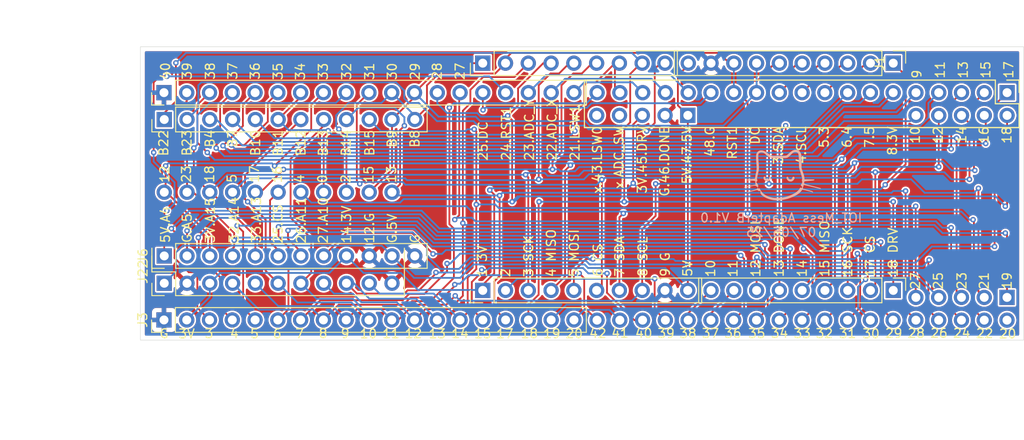
<source format=kicad_pcb>
(kicad_pcb (version 20241229) (generator "pcbnew") (generator_version "9.0")
  (layers (0 "F.Cu" signal) (2 "B.Cu" signal) (13 "F.Paste" user) (15 "B.Paste" user) (5 "F.SilkS" user "F.Silkscreen") (7 "B.SilkS" user "B.Silkscreen") (1 "F.Mask" user) (3 "B.Mask" user) (25 "Edge.Cuts" user))
  (net 0 "")
  (net 1 "DC")
  (net 2 "RST1")
  (net 3 "CS_1")
  (net 4 "DRIVE")
  (net 5 "GND")
  (net 6 "+3.3V")
  (net 7 "DONE")
  (net 8 "5V")
  (net 9 "ADC_Y")
  (net 10 "ADC_X")
  (net 11 "LSW1")
  (net 12 "ADC_SW")
  (net 13 "LSW0")
  (net 14 "SCL")
  (net 15 "MOSI")
  (net 16 "MISO")
  (net 17 "SDA")
  (net 18 "SCK")
  (net 19 "CS")
  (net 20 "MISO2")
  (net 21 "SCL2")
  (net 22 "SCK2")
  (net 23 "SDA2")
  (net 24 "MOSI2")
  (net 25 "C35")
  (net 26 "C34")
  (net 30 "C47")
  (net 31 "C45")
  (net 32 "C46")
  (net 33 "C48")
  (net 34 "C41")
  (net 35 "C40")
  (net 36 "C4")
  (net 37 "C3")
  (net 38 "C5")
  (net 39 "C38")
  (net 40 "C39")
  (net 41 "C37")
  (net 42 "C36")
  (net 43 "C33")
  (net 44 "C32")
  (net 45 "C30")
  (net 46 "C31")
  (net 47 "C29")
  (net 48 "C8")
  (net 49 "C9")
  (net 50 "C7")
  (net 51 "C6")
  (net 52 "C11")
  (net 53 "C10")
  (net 54 "C25")
  (net 55 "C24")
  (net 56 "C23")
  (footprint "IOT-Mess-Footprints:ESP_P40" (layer "F.Cu") (at 72.169393 116.199749 90)
    (property "Reference" "J3")
    (property "Value" "ESP_P40")
  )
  (footprint "IOT-Mess-Footprints:ESP_P16" (layer "F.Cu") (at 107.719999 112.9 90)
    (property "Reference" "J2" (hide yes))
    (property "Value" "ESP_P16 / C3")
  )
  (footprint "IOT-Mess-Footprints:CH_P48" (layer "F.Cu") (at 167.030531 89.955857 -90)
    (property "Reference" "U1" (hide yes))
    (property "Value" "~" (hide yes))
  )
  (footprint "IOT-Mess-Footprints:CH582_Base" (layer "F.Cu") (at 72.2 109.05 90)
    (property "Reference" "J6")
    (property "Value" "CH582")
  )
  (footprint "IOT-Mess-Footprints:Lolin32-Adapter" (layer "F.Cu") (at 72.2 112.1 90)
    (property "Reference" "J22")
    (property "Value" "Lolin32")
  )
  (footprint "IOT-Mess-Footprints:ESP_P16" (layer "F.Cu") (at 153.5 87.53 -90)
    (property "Reference" "J1")
    (property "Value" "ESP_P16 / ESP12")
  )
  (footprint "IOT-Mess-Footprints:catIcon8x8" (layer "B.Cu") (at 141 100 180)
    (property "Reference" "G***" (hide yes))
    (property "Value" "LOGO" (hide yes))
  )
  (gr_rect (start 69.539393 85.699749) (end 168.039394 118.449749) (stroke (width 0.05)) (fill no) (layer "Edge.Cuts"))
  (gr_text "15" (at 95.019844 101 90) (layer "F.SilkS") (effects (font (size 1 1)) (justify left)))
  (gr_text "42" (at 119.501778 117.70087 0) (layer "F.SilkS") (effects (font (size 1 1)) (justify left)))
  (gr_text "x.43.LSW0" (at 120.5 94.450106 90) (layer "F.SilkS") (effects (font (size 1 1)) (justify right)))
  (gr_text "39\n" (at 74.749137 89.460107 90) (layer "F.SilkS") (effects (font (size 1 1)) (justify left)))
  (gr_text "2" (at 92.449845 101 90) (layer "F.SilkS") (effects (font (size 1 1)) (justify left)))
  (gr_text "3V.A15" (at 77.332929 107.690157 90) (layer "F.SilkS") (effects (font (size 1 1)) (justify left)))
  (gr_text "22\n" (at 162.640141 117.709408 0) (layer "F.SilkS") (effects (font (size 1 1)) (justify left)))
  (gr_text "12.G" (at 95.098254 107.730051 90) (layer "F.SilkS") (effects (font (size 1 1)) (justify left)))
  (gr_text "17" (at 166.378129 89.320561 90) (layer "F.SilkS") (effects (font (size 1 1)) (justify left)))
  (gr_text "27.A10" (at 89.928254 107.740051 90) (layer "F.SilkS") (effects (font (size 1 1)) (justify left)))
  (gr_text "20" (at 165.207035 117.745732 0) (layer "F.SilkS") (effects (font (size 1 1)) (justify left)))
  (gr_text "6 CS" (at 120.570206 111.460106 90) (layer "F.SilkS") (effects (font (size 1 1)) (justify left)))
  (gr_text "B14" (at 92.48 94.8943 90) (layer "F.SilkS") (effects (font (size 1 1)) (justify right)))
  (gr_text "26" (at 157.554785 117.673084 0) (layer "F.SilkS") (effects (font (size 1 1)) (justify left)))
  (gr_text "35" (at 137.227512 117.706253 0) (layer "F.SilkS") (effects (font (size 1 1)) (justify left)))
  (gr_text "12" (at 98.935519 117.723104 0) (layer "F.SilkS") (effects (font (size 1 1)) (justify left)))
  (gr_text "10" (at 93.923366 117.741937 0) (layer "F.SilkS") (effects (font (size 1 1)) (justify left)))
  (gr_text "3.SDA" (at 140.695326 94.49 90) (layer "F.SilkS") (effects (font (size 1 1)) (justify right)))
  (gr_text "8 SCL" (at 125.570206 111.460106 90) (layer "F.SilkS") (effects (font (size 1 1)) (justify left)))
  (gr_text "B9" (at 97.6 94.8943 90) (layer "F.SilkS") (effects (font (size 1 1)) (justify right)))
  (gr_text "4 MISO" (at 115.359947 111.5 90) (layer "F.SilkS") (effects (font (size 1 1)) (justify left)))
  (gr_text "9 G" (at 128.070206 111.460106 90) (layer "F.SilkS") (effects (font (size 1 1)) (justify left)))
  (gr_text "32" (at 92.529138 89.500001 90) (layer "F.SilkS") (effects (font (size 1 1)) (justify left)))
  (gr_text "2\n" (at 110.269948 111.5 90) (layer "F.SilkS") (effects (font (size 1 1)) (justify left)))
  (gr_text "37" (at 132.065891 117.692799 0) (layer "F.SilkS") (effects (font (size 1 1)) (justify left)))
  (gr_text "DC" (at 138.095325 94.5 90) (layer "F.SilkS") (effects (font (size 1 1)) (justify right)))
  (gr_text "B13" (at 89.93 94.8943 90) (layer "F.SilkS") (effects (font (size 1 1)) (justify right)))
  (gr_text "15" (at 163.818129 89.320562 90) (layer "F.SilkS") (effects (font (size 1 1)) (justify left)))
  (gr_text "4.SCL" (at 143.265325 94.49 90) (layer "F.SilkS") (effects (font (size 1 1)) (justify right)))
  (gr_text "B7" (at 79.82 94.8843 90) (layer "F.SilkS") (effects (font (size 1 1)) (justify right)))
  (gr_text "5\n" (at 81.694097 117.731176 0) (layer "F.SilkS") (effects (font (size 1 1)) (justify left)))
  (gr_text "3\n" (at 76.624883 117.715032 0) (layer "F.SilkS") (effects (font (size 1 1)) (justify left)))
  (gr_text "34" (at 87.379137 89.510001 90) (layer "F.SilkS") (effects (font (size 1 1)) (justify left)))
  (gr_text "0" (at 89.849844 101.01 90) (layer "F.SilkS") (effects (font (size 1 1)) (justify left)))
  (gr_text "1 3V" (at 107.669947 111.51 90) (layer "F.SilkS") (effects (font (size 1 1)) (justify left)))
  (gr_text "35" (at 84.889137 89.500001 90) (layer "F.SilkS") (effects (font (size 1 1)) (justify left)))
  (gr_text "21" (at 163.641649 110.774985 90) (layer "F.SilkS") (effects (font (size 1 1)) (justify right)))
  (gr_text "10" (at 155.95 94.5 90) (layer "F.SilkS") (effects (font (size 1 1)) (justify right)))
  (gr_text "7 SDA" (at 122.985531 111.460106 90) (layer "F.SilkS") (effects (font (size 1 1)) (justify left)))
  (gr_text "9" (at 91.795787 117.715032 0) (layer "F.SilkS") (effects (font (size 1 1)) (justify left)))
  (gr_text "13" (at 101.59714 117.736557 0) (layer "F.SilkS") (effects (font (size 1 1)) (justify left)))
  (gr_text "11" (at 158.72813 89.320562 90) (layer "F.SilkS") (effects (font (size 1 1)) (justify left)))
  (gr_text "23" (at 74.669844 100.960106 90) (layer "F.SilkS") (effects (font (size 1 1)) (justify left)))
  (gr_text "25" (at 158.521649 110.774985 90) (layer "F.SilkS") (effects (font (size 1 1)) (justify right)))
  (gr_text "3 SCK" (at 112.839947 111.5 90) (layer "F.SilkS") (effects (font (size 1 1)) (justify left)))
  (gr_text "32" (at 144.761372 117.706252 0) (layer "F.SilkS") (effects (font (size 1 1)) (justify left)))
  (gr_text "24" (at 160.085355 117.673084 0) (layer "F.SilkS") (effects (font (size 1 1)) (justify left)))
  (gr_text "13 DONE" (at 140.765532 111.5 90) (layer "F.SilkS") (effects (font (size 1 1)) (justify left)))
  (gr_text "18" (at 111.871407 117.723103 0) (layer "F.SilkS") (effects (font (size 1 1)) (justify left)))
  (gr_text "B23" (at 74.730001 94.8843 90) (layer "F.SilkS") (effects (font (size 1 1)) (justify right)))
  (gr_text "36" (at 82.333812 89.460107 90) (layer "F.SilkS") (effects (font (size 1 1)) (justify left)))
  (gr_text "18" (at 77.254519 100.960106 90) (layer "F.SilkS") (effects (font (size 1 1)) (justify left)))
  (gr_text "G.A5" (at 74.748254 107.690157 90) (layer "F.SilkS") (effects (font (size 1 1)) (justify left)))
  (gr_text "B4" (at 77.3 94.8843 90) (layer "F.SilkS") (effects (font (size 1 1)) (justify right)))
  (gr_text "11\n" (at 96.435519 117.723104 0) (layer "F.SilkS") (effects (font (size 1 1)) (justify left)))
  (gr_text "5V.47.5V" (at 130.5 94.450106 90) (layer "F.SilkS") (effects (font (size 1 1)) (justify right)))
  (gr_text "10" (at 133.125531 111.5 90) (layer "F.SilkS") (effects (font (size 1 1)) (justify left)))
  (gr_text "30" (at 97.619137 89.500001 90) (layer "F.SilkS") (effects (font (size 1 1)) (justify left)))
  (gr_text "38" (at 129.553738 117.711632 0) (layer "F.SilkS") (effects (font (size 1 1)) (justify left)))
  (gr_text "G" (at 100.178254 107.73005 90) (layer "F.SilkS") (effects (font (size 1 1)) (justify left)))
  (gr_text "17" (at 109.131001 117.736557 0) (layer "F.SilkS") (effects (font (size 1 1)) (justify left)))
  (gr_text "40" (at 72.333812 89.460107 90) (layer "F.SilkS") (effects (font (size 1 1)) (justify left)))
  (gr_text "G.46.DONE" (at 128 94.450106 90) (layer "F.SilkS") (effects (font (size 1 1)) (justify right)))
  (gr_text "4" (at 87.299844 101.01 90) (layer "F.SilkS") (effects (font (size 1 1)) (justify left)))
  (gr_text "11" (at 135.615531 111.51 90) (layer "F.SilkS") (effects (font (size 1 1)) (justify left)))
  (gr_text "21.LSW1" (at 118 98.5 90) (layer "F.SilkS") (effects (font (size 1 1)) (justify left)))
  (gr_text "18 DRV" (at 153.475531 111.5 90) (layer "F.SilkS") (effects (font (size 1 1)) (justify left)))
  (gr_text "20" (at 116.871407 117.723103 0) (layer "F.SilkS") (effects (font (size 1 1)) (justify left)))
  (gr_text "19" (at 114.371407 117.723103 0) (layer "F.SilkS") (effects (font (size 1 1)) (justify left)))
  (gr_text "15" (at 106.666352 117.736557 0) (layer "F.SilkS") (effects (font (size 1 1)) (justify left)))
  (gr_text "14.3V" (at 92.528255 107.730051 90) (layer "F.SilkS") (effects (font (size 1 1)) (justify left)))
  (gr_text "4" (at 79.435519 117.723104 0) (layer "F.SilkS") (effects (font (size 1 1)) (justify left)))
  (gr_text "17 CS\n" (at 150.925531 111.499999 90) (layer "F.SilkS") (effects (font (size 1 1)) (justify left)))
  (gr_text "29" (at 152.501778 117.692798 0) (layer "F.SilkS") (effects (font (size 1 1)) (justify left)))
  (gr_text "39" (at 127.116286 117.689017 0) (layer "F.SilkS") (effects (font (size 1 1)) (justify left)))
  (gr_text "33" (at 89.929137 89.510001 90) (layer "F.SilkS") (effects (font (size 1 1)) (justify left)))
  (gr_text "14" (at 161.13 94.49 90) (layer "F.SilkS") (effects (font (size 1 1)) (justify right)))
  (gr_text "6" (at 84.2287 117.731176 0) (layer "F.SilkS") (effects (font (size 1 1)) (justify left)))
  (gr_text "5 MOSI" (at 117.919947 111.499999 90) (layer "F.SilkS") (effects (font (size 1 1)) (justify left)))
  (gr_text "5" (at 79.754519 100.960106 90) (layer "F.SilkS") (effects (font (size 1 1)) (justify left)))
  (gr_text "12" (at 72.254519 100.960106 90) (layer "F.SilkS") (effects (font (size 1 1)) (justify left)))
  (gr_text "29" (at 100.179137 89.5 90) (layer "F.SilkS") (effects (font (size 1 1)) (justify left)))
  (gr_text "5.3" (at 145.785325 94.49 90) (layer "F.SilkS") (effects (font (size 1 1)) (justify right)))
  (gr_text "25.DC" (at 107.75 98.510001 90) (layer "F.SilkS") (effects (font (size 1 1)) (justify left)))
  (gr_text "B22" (at 72.13 94.8943 90) (layer "F.SilkS") (effects (font (size 1 1)) (justify right)))
  (gr_text "14" (at 104.133188 117.711092 0) (layer "F.SilkS") (effects (font (size 1 1)) (justify left)))
  (gr_text "37" (at 79.833812 89.460107 90) (layer "F.SilkS") (effects (font (size 1 1)) (justify left)))
  (gr_text "RST1" (at 135.545325 94.5 90) (layer "F.SilkS") (effects (font (size 1 1)) (justify right)))
  (gr_text "26.A11" (at 87.479047 107.740051 90) (layer "F.SilkS") (effects (font (size 1 1)) (justify left)))
  (gr_text "5V.A4" (at 72.332929 107.690157 90) (layer "F.SilkS") (effects (font (size 1 1)) (justify left)))
  (gr_text "28" (at 155.012107 117.685192 0) (layer "F.SilkS") (effects (font (size 1 1)) (justify left)))
  (gr_text "23" (at 161.151649 110.764985 90) (layer "F.SilkS") (effects (font (size 1 1)) (justify right)))
  (gr_text "48.G" (at 133.055325 94.49 90) (layer "F.SilkS") (effects (font (size 1 1)) (justify right)))
  (gr_text "22.ADC_X" (at 115.44 98.500001 90) (layer "F.SilkS") (effects (font (size 1 1)) (justify left)))
  (gr_text "33.A13" (at 82.479047 107.690157 90) (layer "F.SilkS") (effects (font (size 1 1)) (justify left)))
  (gr_text "30" (at 149.976171 117.729378 0) (layer "F.SilkS") (effects (font (size 1 1)) (justify left)))
  (gr_text "3V.45.DRV" (at 125.5 94.450106 90) (layer "F.SilkS") (effects (font (size 1 1)) (justify right)))
  (gr_text "24.RST1" (at 110.350001 98.500001 90) (layer "F.SilkS") (effects (font (size 1 1)) (justify left)))
  (gr_text "x.ADC_SW" (at 122.915325 94.450106 90) (layer "F.SilkS") (effects (font (size 1 1)) (justify right)))
  (gr_text "12" (at 158.5 94.5 90) (layer "F.SilkS") (effects (font (size 1 1)) (justify right)))
  (gr_text "31" (at 147.352773 117.713234 0) (layer "F.SilkS") (effects (font (size 1 1)) (justify left)))
  (gr_text "B11" (at 84.89 94.884299 90) (layer "F.SilkS") (effects (font (size 1 1)) (justify right)))
  (gr_text "G" (at 71.571816 117.723103 0) (layer "F.SilkS") (effects (font (size 1 1)) (justify left)))
  (gr_text "8.3V" (at 153.405325 94.49 90) (layer "F.SilkS") (effects (font (size 1 1)) (justify right)))
  (gr_text "32.A14" (at 79.979047 107.690157 90) (layer "F.SilkS") (effects (font (size 1 1)) (justify left)))
  (gr_text "B8" (at 100.15 94.8943 90) (layer "F.SilkS") (effects (font (size 1 1)) (justify right)))
  (gr_text "G.5V" (at 97.618254 107.730051 90) (layer "F.SilkS") (effects (font (size 1 1)) (justify left)))
  (gr_text "B10" (at 82.38 94.884299 90) (layer "F.SilkS") (effects (font (size 1 1)) (justify right)))
  (gr_text "19" (at 166.191649 110.774985 90) (layer "F.SilkS") (effects (font (size 1 1)) (justify right)))
  (gr_text "33\n" (at 142.296724 117.706253 0) (layer "F.SilkS") (effects (font (size 1 1)) (justify left)))
  (gr_text "9" (at 156.128129 89.330562 90) (layer "F.SilkS") (effects (font (size 1 1)) (justify left)))
  (gr_text "B12\n" (at 87.44 94.8843 90) (layer "F.SilkS") (effects (font (size 1 1)) (justify right)))
  (gr_text "6.4" (at 148.345325 94.489999 90) (layer "F.SilkS") (effects (font (size 1 1)) (justify right)))
  (gr_text "13" (at 161.298129 89.320562 90) (layer "F.SilkS") (effects (font (size 1 1)) (justify left)))
  (gr_text "23.ADC_Y" (at 112.92 98.500001 90) (layer "F.SilkS") (effects (font (size 1 1)) (justify left)))
  (gr_text "18" (at 166.17 94.5 90) (layer "F.SilkS") (effects (font (size 1 1)) (justify right)))
  (gr_text "3V" (at 73.69475 117.74732 0) (layer "F.SilkS") (effects (font (size 1 1)) (justify left)))
  (gr_text "41" (at 121.974427 117.672873 0) (layer "F.SilkS") (effects (font (size 1 1)) (justify left)))
  (gr_text "15 MISO" (at 145.855531 111.5 90) (layer "F.SilkS") (effects (font (size 1 1)) (justify left)))
  (gr_text "38\n" (at 77.333812 89.460107 90) (layer "F.SilkS") (effects (font (size 1 1)) (justify left)))
  (gr_text "31" (at 95.099137 89.500001 90) (layer "F.SilkS") (effects (font (size 1 1)) (justify left)))
  (gr_text "17" (at 82.254519 100.960106 90) (layer "F.SilkS") (effects (font (size 1 1)) (justify left)))
  (gr_text "16" (at 84.809844 101 90) (layer "F.SilkS") (effects (font (size 1 1)) (justify left)))
  (gr_text "27" (at 105.185791 89.484319 90) (layer "F.SilkS") (effects (font (size 1 1)) (justify left)))
  (gr_text "40" (at 124.622041 117.689018 0) (layer "F.SilkS") (effects (font (size 1 1)) (justify left)))
  (gr_text "16 SCK" (at 148.415531 111.499999 90) (layer "F.SilkS") (effects (font (size 1 1)) (justify left)))
  (gr_text "27" (at 155.971649 110.774985 90) (layer "F.SilkS") (effects (font (size 1 1)) (justify right)))
  (gr_text "14" (at 143.335531 111.5 90) (layer "F.SilkS") (effects (font (size 1 1)) (justify left)))
  (gr_text "7" (at 86.726575 117.723103 0) (layer "F.SilkS") (effects (font (size 1 1)) (justify left)))
  (gr_text "8" (at 89.3419 117.715032 0) (layer "F.SilkS") (effects (font (size 1 1)) (justify left)))
  (gr_text "7.5" (at 150.855325 94.489999 90) (layer "F.SilkS") (effects (font (size 1 1)) (justify right)))
  (gr_text "13" (at 97.539844 101 90) (layer "F.SilkS") (effects (font (size 1 1)) (justify left)))
  (gr_text "B15\n" (at 95.11 94.8843 90) (layer "F.SilkS") (effects (font (size 1 1)) (justify right)))
  (gr_text "34" (at 139.763559 117.680787 0) (layer "F.SilkS") (effects (font (size 1 1)) (justify left)))
  (gr_text "25.CS" (at 84.888254 107.730051 90) (layer "F.SilkS") (effects (font (size 1 1)) (justify left)))
  (gr_text "12 MOSI" (at 138.165531 111.51 90) (layer "F.SilkS") (effects (font (size 1 1)) (justify left)))
  (gr_text "16" (at 163.62 94.5 90) (layer "F.SilkS") (effects (font (size 1 1)) (justify right)))
  (gr_text "28" (at 102.631006 89.472211 90) (layer "F.SilkS") (effects (font (size 1 1)) (justify left)))
  (gr_text "36" (at 134.565891 117.692799 0) (layer "F.SilkS") (effects (font (size 1 1)) (justify left)))
  (gr_text "5V" (at 130.570206 111.460106 90) (layer "F.SilkS") (effects (font (size 1 1)) (justify left)))
  (gr_text "IOT_Mess AdapterB V1.0\n07/05/25\n" (at 141 107 0) (layer "B.SilkS") (effects (font (size 1 1)) (justify bottom mirror)))
  (segment (start 103.399141 87.53) (end 107.1579 87.53) (width 0.2) (layer "F.Cu") (net 1))
  (segment (start 95.06 101.94) (end 97.6 99.4) (width 0.2) (layer "F.Cu") (net 1))
  (segment (start 97.6 93.82) (end 100.109393 91.310607) (width 0.2) (layer "F.Cu") (net 1))
  (segment (start 97.6 99.4) (end 97.6 93.82) (width 0.2) (layer "F.Cu") (net 1))
  (segment (start 107.1579 87.53) (end 107.18895 87.49895) (width 0.2) (layer "F.Cu") (net 1))
  (segment (start 100.109393 91.310607) (end 100.109393 90.819748) (width 0.2) (layer "F.Cu") (net 1))
  (segment (start 100.109393 90.819748) (end 103.399141 87.53) (width 0.2) (layer "F.Cu") (net 1))
  (segment (start 102.789645 93.5) (end 106.9329 93.5) (width 0.2) (layer "B.Cu") (net 1))
  (segment (start 119.159243 94) (end 119.6661 94.506857) (width 0.2) (layer "B.Cu") (net 1))
  (segment (start 119.6661 94.506857) (end 134.567031 94.506857) (width 0.2) (layer "B.Cu") (net 1))
  (segment (start 107.4329 94) (end 119.159243 94) (width 0.2) (layer "B.Cu") (net 1))
  (segment (start 106.9329 93.5) (end 107.4329 94) (width 0.2) (layer "B.Cu") (net 1))
  (segment (start 134.567031 94.506857) (end 138.253031 90.820857) (width 0.2) (layer "B.Cu") (net 1))
  (segment (start 138.26 87.53) (end 138.26 90.813888) (width 0.2) (layer "B.Cu") (net 1))
  (segment (start 138.26 90.813888) (end 138.253031 90.820857) (width 0.2) (layer "B.Cu") (net 1))
  (segment (start 100.109393 90.819748) (end 102.789645 93.5) (width 0.2) (layer "B.Cu") (net 1))
  (segment (start 100.14 93.82) (end 101.498393 92.461607) (width 0.2) (layer "F.Cu") (net 2))
  (segment (start 135.22 87.53) (end 134.069 86.379) (width 0.2) (layer "F.Cu") (net 2))
  (segment (start 110.910999 86.379) (end 109.759999 87.53) (width 0.2) (layer "F.Cu") (net 2))
  (segment (start 92.52 101.94) (end 92.52 95.745) (width 0.2) (layer "F.Cu") (net 2))
  (segment (start 109.108999 88.681) (end 110.259999 87.53) (width 0.2) (layer "F.Cu") (net 2))
  (segment (start 134.069 86.379) (end 110.910999 86.379) (width 0.2) (layer "F.Cu") (net 2))
  (segment (start 92.52 95.745) (end 91.675 94.9) (width 0.2) (layer "F.Cu") (net 2))
  (segment (start 102.819 88.681) (end 109.108999 88.681) (width 0.2) (layer "F.Cu") (net 2))
  (segment (start 101.498393 90.001607) (end 102.819 88.681) (width 0.2) (layer "F.Cu") (net 2))
  (segment (start 101.498393 92.461607) (end 101.498393 90.001607) (width 0.2) (layer "F.Cu") (net 2))
  (via (at 91.675 94.9) (size 0.6) (drill 0.3) (layers "F.Cu" "B.Cu") (net 2))
  (segment (start 135.72 87.53) (end 135.72 90.813888) (width 0.2) (layer "B.Cu") (net 2))
  (segment (start 135.72 90.813888) (end 135.713031 90.820857) (width 0.2) (layer "B.Cu") (net 2))
  (segment (start 92.741491 91.970749) (end 96.418393 91.970749) (width 0.2) (layer "B.Cu") (net 2))
  (segment (start 97.569393 90.819749) (end 100.14 93.390356) (width 0.2) (layer "B.Cu") (net 2))
  (segment (start 91.369 94.594) (end 91.369 93.34324) (width 0.2) (layer "B.Cu") (net 2))
  (segment (start 91.369 93.34324) (end 92.741491 91.970749) (width 0.2) (layer "B.Cu") (net 2))
  (segment (start 96.418393 91.970749) (end 97.569393 90.819749) (width 0.2) (layer "B.Cu") (net 2))
  (segment (start 100.14 93.390356) (end 100.14 93.82) (width 0.2) (layer "B.Cu") (net 2))
  (segment (start 91.675 94.9) (end 91.369 94.594) (width 0.2) (layer "B.Cu") (net 2))
  (segment (start 72.2 104.3) (end 72.5 104) (width 0.2) (layer "F.Cu") (net 3))
  (segment (start 72.5 89) (end 71.687142 89) (width 0.2) (layer "F.Cu") (net 3))
  (segment (start 71.018393 89.668749) (end 71.018393 97.5) (width 0.2) (layer "F.Cu") (net 3))
  (segment (start 71.687142 89) (end 71.018393 89.668749) (width 0.2) (layer "F.Cu") (net 3))
  (segment (start 72.2 109.05) (end 72.2 104.3) (width 0.2) (layer "F.Cu") (net 3))
  (via (at 72.5 89) (size 0.6) (drill 0.3) (layers "F.Cu" "B.Cu") (net 3))
  (via (at 71.018393 97.5) (size 0.6) (drill 0.3) (layers "F.Cu" "B.Cu") (net 3))
  (via (at 72.5 104) (size 0.6) (drill 0.3) (layers "F.Cu" "B.Cu") (net 3))
  (segment (start 73.351 103.149) (end 73.351 100.851) (width 0.2) (layer "B.Cu") (net 3))
  (segment (start 108.449643 89) (end 110.269392 90.819749) (width 0.2) (layer "B.Cu") (net 3))
  (segment (start 71.018393 98.518393) (end 71.018393 97.5) (width 0.2) (layer "B.Cu") (net 3))
  (segment (start 72.5 104) (end 73.351 103.149) (width 0.2) (layer "B.Cu") (net 3))
  (segment (start 73.351 100.851) (end 71.018393 98.518393) (width 0.2) (layer "B.Cu") (net 3))
  (segment (start 72.5 89) (end 108.449643 89) (width 0.2) (layer "B.Cu") (net 3))
  (segment (start 113.950999 103.050001) (end 114 103.001) (width 0.2) (layer "F.Cu") (net 4))
  (segment (start 124.164031 94.135257) (end 124.164031 88.72903) (width 0.2) (layer "F.Cu") (net 4))
  (segment (start 124.164031 88.72903) (end 124.999999 87.893062) (width 0.2) (layer "F.Cu") (net 4))
  (segment (start 124.999999 87.893062) (end 124.999999 87.53) (width 0.2) (layer "F.Cu") (net 4))
  (segment (start 153.5 103.003) (end 153.5 105.5) (width 0.2) (layer "F.Cu") (net 4))
  (segment (start 112.809394 114.518364) (end 112.809394 116.199749) (width 0.2) (layer "F.Cu") (net 4))
  (segment (start 123.5 94.799288) (end 124.164031 94.135257) (width 0.2) (layer "F.Cu") (net 4))
  (segment (start 113.950999 113.37676) (end 112.809394 114.518364) (width 0.2) (layer "F.Cu") (net 4))
  (segment (start 113.950999 104.9) (end 113.950999 103.050001) (width 0.2) (layer "F.Cu") (net 4))
  (segment (start 72.2 93.091142) (end 73.5 91.791142) (width 0.2) (layer "F.Cu") (net 4))
  (segment (start 113.950999 104.9) (end 113.950999 113.37676) (width 0.2) (layer "F.Cu") (net 4))
  (segment (start 73.5 91.791142) (end 73.5 87.5) (width 0.2) (layer "F.Cu") (net 4))
  (segment (start 72.2 93.82) (end 72.2 93.091142) (width 0.2) (layer "F.Cu") (net 4))
  (segment (start 153.5 105.5) (end 153.5 112.9) (width 0.2) (layer "F.Cu") (net 4))
  (segment (start 123.5 103) (end 123.5 94.799288) (width 0.2) (layer "F.Cu") (net 4))
  (via (at 73.5 87.5) (size 0.6) (drill 0.3) (layers "F.Cu" "B.Cu") (net 4))
  (via (at 114 103.001) (size 0.6) (drill 0.3) (layers "F.Cu" "B.Cu") (net 4))
  (via (at 153.5 103.003) (size 0.6) (drill 0.3) (layers "F.Cu" "B.Cu") (net 4))
  (via (at 123.5 103.001) (size 0.6) (drill 0.3) (layers "F.Cu" "B.Cu") (net 4))
  (segment (start 74.621 86.379) (end 124.348999 86.379) (width 0.2) (layer "B.Cu") (net 4))
  (segment (start 123.5 103.001) (end 153.498 103.001) (width 0.2) (layer "B.Cu") (net 4))
  (segment (start 114 103.001) (end 123.5 103.001) (width 0.2) (layer "B.Cu") (net 4))
  (segment (start 153.498 103.001) (end 153.5 103.003) (width 0.2) (layer "B.Cu") (net 4))
  (segment (start 73.5 87.5) (end 74.621 86.379) (width 0.2) (layer "B.Cu") (net 4))
  (segment (start 124.348999 86.379) (end 125.499999 87.53) (width 0.2) (layer "B.Cu") (net 4))
  (segment (start 154.882031 98.818969) (end 154.882031 88.912031) (width 0.2) (layer "F.Cu") (net 6))
  (segment (start 108.5 101.701) (end 109 102.201) (width 0.2) (layer "F.Cu") (net 6))
  (segment (start 124.5 94.366388) (end 125.510531 93.355857) (width 0.2) (layer "F.Cu") (net 6))
  (segment (start 109 102.201) (end 109 111) (width 0.2) (layer "F.Cu") (net 6))
  (segment (start 107.719999 112.280001) (end 107.719999 112.9) (width 0.2) (layer "F.Cu") (net 6))
  (segment (start 109 111) (end 107.719999 112.280001) (width 0.2) (layer "F.Cu") (net 6))
  (segment (start 154.882031 88.912031) (end 153.5 87.53) (width 0.2) (layer "F.Cu") (net 6))
  (segment (start 152.6005 101.1005) (end 154.882031 98.818969) (width 0.2) (layer "F.Cu") (net 6))
  (segment (start 124.5 100.925577) (end 124.5 94.366388) (width 0.2) (layer "F.Cu") (net 6))
  (via (at 152.6005 101.1005) (size 0.6) (drill 0.3) (layers "F.Cu" "B.Cu") (net 6))
  (via (at 108.5 101.701) (size 0.6) (drill 0.3) (layers "F.Cu" "B.Cu") (net 6))
  (via (at 124.5 100.925577) (size 0.6) (drill 0.3) (layers "F.Cu" "B.Cu") (net 6))
  (segment (start 100.5 112.85) (end 107.274 112.85) (width 0.2) (layer "B.Cu") (net 6))
  (segment (start 77.279999 112.1) (end 78.430999 110.949) (width 0.2) (layer "B.Cu") (net 6))
  (segment (start 77.279999 113.629143) (end 74.709393 116.199749) (width 0.2) (layer "B.Cu") (net 6))
  (segment (start 98.599 110.949) (end 100.5 112.85) (width 0.2) (layer "B.Cu") (net 6))
  (segment (start 92.52 109.05) (end 94.419 110.949) (width 0.2) (layer "B.Cu") (net 6))
  (segment (start 152.1 101.601) (end 125.175423 101.601) (width 0.2) (layer "B.Cu") (net 6))
  (segment (start 94.419 110.949) (end 98.599 110.949) (width 0.2) (layer "B.Cu") (net 6))
  (segment (start 108.699 101.502) (end 120.589677 101.502) (width 0.2) (layer "B.Cu") (net 6))
  (segment (start 77.279999 112.1) (end 77.279999 113.629143) (width 0.2) (layer "B.Cu") (net 6))
  (segment (start 108.5 101.701) (end 108.699 101.502) (width 0.2) (layer "B.Cu") (net 6))
  (segment (start 90.621 110.949) (end 92.52 109.05) (width 0.2) (layer "B.Cu") (net 6))
  (segment (start 152.6005 101.1005) (end 152.1 101.601) (width 0.2) (layer "B.Cu") (net 6))
  (segment (start 78.430999 110.949) (end 90.621 110.949) (width 0.2) (layer "B.Cu") (net 6))
  (segment (start 107.274 112.85) (end 107.324 112.9) (width 0.2) (layer "B.Cu") (net 6))
  (segment (start 120.591677 101.5) (end 123.925577 101.5) (width 0.2) (layer "B.Cu") (net 6))
  (segment (start 123.925577 101.5) (end 124.5 100.925577) (width 0.2) (layer "B.Cu") (net 6))
  (segment (start 120.589677 101.502) (end 120.591677 101.5) (width 0.2) (layer "B.Cu") (net 6))
  (segment (start 125.175423 101.601) (end 124.5 100.925577) (width 0.2) (layer "B.Cu") (net 6))
  (segment (start 126 95.106857) (end 126.899531 94.207326) (width 0.2) (layer "F.Cu") (net 7))
  (segment (start 126.899531 94.207326) (end 126.899531 88.170468) (width 0.2) (layer "F.Cu") (net 7))
  (segment (start 141.5 94.5) (end 141.5 96) (width 0.2) (layer "F.Cu") (net 7))
  (segment (start 141.5 96) (end 140.8 96.7) (width 0.2) (layer "F.Cu") (net 7))
  (segment (start 126.899531 88.170468) (end 127.539999 87.53) (width 0.2) (layer "F.Cu") (net 7))
  (segment (start 140.8 96.7) (end 140.8 112.9) (width 0.2) (layer "F.Cu") (net 7))
  (via (at 141.5 94.5) (size 0.6) (drill 0.3) (layers "F.Cu" "B.Cu") (net 7))
  (via (at 126 95.106857) (size 0.6) (drill 0.3) (layers "F.Cu" "B.Cu") (net 7))
  (segment (start 125.801 94.907857) (end 119.5 94.907857) (width 0.2) (layer "B.Cu") (net 7))
  (segment (start 102.615405 94) (end 100.586153 91.970748) (width 0.2) (layer "B.Cu") (net 7))
  (segment (start 140.8 112.9) (end 139.2 114.5) (width 0.2) (layer "B.Cu") (net 7))
  (segment (start 119.092143 94.5) (end 107.198 94.5) (width 0.2) (layer "B.Cu") (net 7))
  (segment (start 98.958393 90.580989) (end 98.046153 89.668749) (width 0.2) (layer "B.Cu") (net 7))
  (segment (start 139.2 114.5) (end 117.049142 114.5) (width 0.2) (layer "B.Cu") (net 7))
  (segment (start 126.106857 95) (end 126 95.106857) (width 0.2) (layer "B.Cu") (net 7))
  (segment (start 98.046153 89.668749) (end 76.331251 89.668749) (width 0.2) (layer "B.Cu") (net 7))
  (segment (start 141 95) (end 126.106857 95) (width 0.2) (layer "B.Cu") (net 7))
  (segment (start 76 92.56) (end 74.74 93.82) (width 0.2) (layer "B.Cu") (net 7))
  (segment (start 117.049142 114.5) (end 115.349393 116.199749) (width 0.2) (layer "B.Cu") (net 7))
  (segment (start 76.331251 89.668749) (end 76 90) (width 0.2) (layer "B.Cu") (net 7))
  (segment (start 141.5 94.5) (end 141 95) (width 0.2) (layer "B.Cu") (net 7))
  (segment (start 119.5 94.907857) (end 119.092143 94.5) (width 0.2) (layer "B.Cu") (net 7))
  (segment (start 126 95.106857) (end 125.801 94.907857) (width 0.2) (layer "B.Cu") (net 7))
  (segment (start 99.470748 91.970748) (end 98.958393 91.458393) (width 0.2) (layer "B.Cu") (net 7))
  (segment (start 76 90) (end 76 92.56) (width 0.2) (layer "B.Cu") (net 7))
  (segment (start 98.958393 91.458393) (end 98.958393 90.580989) (width 0.2) (layer "B.Cu") (net 7))
  (segment (start 100.586153 91.970748) (end 99.470748 91.970748) (width 0.2) (layer "B.Cu") (net 7))
  (segment (start 107.198 94.5) (end 106.698 94) (width 0.2) (layer "B.Cu") (net 7))
  (segment (start 106.698 94) (end 102.615405 94) (width 0.2) (layer "B.Cu") (net 7))
  (segment (start 129.482031 88.90703) (end 129.482031 92.247357) (width 0.2) (layer "F.Cu") (net 8))
  (segment (start 130.14 88.249061) (end 129.482031 88.90703) (width 0.2) (layer "F.Cu") (net 8))
  (segment (start 130.579999 112.9) (end 130.579999 112.420001) (width 0.2) (layer "F.Cu") (net 8))
  (segment (start 130.590531 112.409469) (end 130.590531 93.355857) (width 0.2) (layer "F.Cu") (net 8))
  (segment (start 130.14 87.53) (end 130.14 88.249061) (width 0.2) (layer "F.Cu") (net 8))
  (segment (start 129.482031 92.247357) (end 130.590531 93.355857) (width 0.2) (layer "F.Cu") (net 8))
  (segment (start 130.579999 112.420001) (end 130.590531 112.409469) (width 0.2) (layer "F.Cu") (net 8))
  (segment (start 128.079 110.399) (end 130.579999 112.9) (width 0.2) (layer "B.Cu") (net 8))
  (segment (start 74.26324 107.899) (end 73.5 108.66224) (width 0.2) (layer "B.Cu") (net 8))
  (segment (start 100.05 111.5) (end 105.201 111.5) (width 0.2) (layer "B.Cu") (net 8))
  (segment (start 97.6 109.05) (end 100.05 111.5) (width 0.2) (layer "B.Cu") (net 8))
  (segment (start 105.201 111.5) (end 106.702 109.999) (width 0.2) (layer "B.Cu") (net 8))
  (segment (start 73.5 110.8) (end 72.2 112.1) (width 0.2) (layer "B.Cu") (net 8))
  (segment (start 96.449 107.899) (end 74.26324 107.899) (width 0.2) (layer "B.Cu") (net 8))
  (segment (start 97.6 109.05) (end 96.449 107.899) (width 0.2) (layer "B.Cu") (net 8))
  (segment (start 119.0661 109.999) (end 119.4661 110.399) (width 0.2) (layer "B.Cu") (net 8))
  (segment (start 106.702 109.999) (end 119.0661 109.999) (width 0.2) (layer "B.Cu") (net 8))
  (segment (start 119.4661 110.399) (end 128.079 110.399) (width 0.2) (layer "B.Cu") (net 8))
  (segment (start 73.5 108.66224) (end 73.5 110.8) (width 0.2) (layer "B.Cu") (net 8))
  (segment (start 105.5 92.840393) (end 105.5 113.5) (width 0.2) (layer "F.Cu") (net 9))
  (segment (start 112.799999 87.53) (end 111.247999 89.082) (width 0.2) (layer "F.Cu") (net 9))
  (segment (start 107.758393 89.082) (end 106.340393 90.5) (width 0.2) (layer "F.Cu") (net 9))
  (segment (start 105.5 113.5) (end 104 115) (width 0.2) (layer "F.Cu") (net 9))
  (segment (start 166 106.5) (end 166.185531 106.685531) (width 0.2) (layer "F.Cu") (net 9))
  (segment (start 106.340393 90.5) (end 106.340393 92) (width 0.2) (layer "F.Cu") (net 9))
  (segment (start 166.185531 106.685531) (end 166.185531 113.680857) (width 0.2) (layer "F.Cu") (net 9))
  (segment (start 111.247999 89.082) (end 107.758393 89.082) (width 0.2) (layer "F.Cu") (net 9))
  (segment (start 106.340393 92) (end 105.5 92.840393) (width 0.2) (layer "F.Cu") (net 9))
  (segment (start 101.309141 115) (end 100.109392 116.199749) (width 0.2) (layer "F.Cu") (net 9))
  (segment (start 104 115) (end 101.309141 115) (width 0.2) (layer "F.Cu") (net 9))
  (via (at 105.5 105.39) (size 0.6) (drill 0.3) (layers "F.Cu" "B.Cu") (net 9))
  (via (at 166 106.5) (size 0.6) (drill 0.3) (layers "F.Cu" "B.Cu") (net 9))
  (segment (start 98.135643 114.226) (end 94.189844 114.226) (width 0.2) (layer "B.Cu") (net 9))
  (segment (start 93.214844 113.251) (end 91.131001 113.251) (width 0.2) (layer "B.Cu") (net 9))
  (segment (start 94.189844 114.226) (end 93.214844 113.251) (width 0.2) (layer "B.Cu") (net 9))
  (segment (start 100.109392 116.199749) (end 98.135643 114.226) (width 0.2) (layer "B.Cu") (net 9))
  (segment (start 166 106.5) (end 159 106.5) (width 0.2) (layer "B.Cu") (net 9))
  (segment (start 159 106.5) (end 158.089 105.589) (width 0.2) (layer "B.Cu") (net 9))
  (segment (start 158.089 105.589) (end 105.699 105.589) (width 0.2) (layer "B.Cu") (net 9))
  (segment (start 105.699 105.589) (end 105.5 105.39) (width 0.2) (layer "B.Cu") (net 9))
  (segment (start 91.131001 113.251) (end 89.980001 112.1) (width 0.2) (layer "B.Cu") (net 9))
  (segment (start 110.5 93.4) (end 111.658393 92.241607) (width 0.2) (layer "F.Cu") (net 10))
  (segment (start 111.658393 90.342988) (end 114.471381 87.53) (width 0.2) (layer "F.Cu") (net 10))
  (segment (start 166 103.5) (end 166.193031 103.306969) (width 0.2) (layer "F.Cu") (net 10))
  (segment (start 111 93.9) (end 111 103) (width 0.2) (layer "F.Cu") (net 10))
  (segment (start 111.658393 92.241607) (end 111.658393 90.342988) (width 0.2) (layer "F.Cu") (net 10))
  (segment (start 114.471381 87.53) (end 115.339999 87.53) (width 0.2) (layer "F.Cu") (net 10))
  (segment (start 110.5 93.4) (end 111 93.9) (width 0.2) (layer "F.Cu") (net 10))
  (segment (start 166.193031 103.306969) (end 166.193031 93.360857) (width 0.2) (layer "F.Cu") (net 10))
  (via (at 111 103) (size 0.6) (drill 0.3) (layers "F.Cu" "B.Cu") (net 10))
  (via (at 166 103.5) (size 0.6) (drill 0.3) (layers "F.Cu" "B.Cu") (net 10))
  (via (at 110.5 93.4) (size 0.6) (drill 0.3) (layers "F.Cu" "B.Cu") (net 10))
  (segment (start 107.5 93.5) (end 107.099 93.099) (width 0.2) (layer "B.Cu") (net 10))
  (segment (start 111 103) (end 111.258393 103) (width 0.2) (layer "B.Cu") (net 10))
  (segment (start 112 102.401) (end 124.841223 102.401) (width 0.2) (layer "B.Cu") (net 10))
  (segment (start 111.599 102.401) (end 111 103) (width 0.2) (layer "B.Cu") (net 10))
  (segment (start 111.258393 103) (end 111.857393 102.401) (width 0.2) (layer "B.Cu") (net 10))
  (segment (start 110.4 93.5) (end 107.5 93.5) (width 0.2) (layer "B.Cu") (net 10))
  (segment (start 124.841223 102.401) (end 124.843223 102.403) (width 0.2) (layer "B.Cu") (net 10))
  (segment (start 154.314231 102.403) (end 154.316231 102.401) (width 0.2) (layer "B.Cu") (net 10))
  (segment (start 103.728563 93.099) (end 102.649393 92.01983) (width 0.2) (layer "B.Cu") (net 10))
  (segment (start 111.857393 102.401) (end 112 102.401) (width 0.2) (layer "B.Cu") (net 10))
  (segment (start 88.591 103.091) (end 87.44 101.94) (width 0.2) (layer "B.Cu") (net 10))
  (segment (start 164.901 102.401) (end 166 103.5) (width 0.2) (layer "B.Cu") (net 10))
  (segment (start 110.5 93.4) (end 110.4 93.5) (width 0.2) (layer "B.Cu") (net 10))
  (segment (start 98.5 103.091) (end 88.591 103.091) (width 0.2) (layer "B.Cu") (net 10))
  (segment (start 109.102 102.702) (end 98.889 102.702) (width 0.2) (layer "B.Cu") (net 10))
  (segment (start 154.316231 102.401) (end 164.901 102.401) (width 0.2) (layer "B.Cu") (net 10))
  (segment (start 124.843223 102.403) (end 154.314231 102.403) (width 0.2) (layer "B.Cu") (net 10))
  (segment (start 107.099 93.099) (end 103.728563 93.099) (width 0.2) (layer "B.Cu") (net 10))
  (segment (start 112 102.401) (end 111.599 102.401) (width 0.2) (layer "B.Cu") (net 10))
  (segment (start 98.889 102.702) (end 98.5 103.091) (width 0.2) (layer "B.Cu") (net 10))
  (segment (start 109.4 103) (end 109.102 102.702) (width 0.2) (layer "B.Cu") (net 10))
  (segment (start 102.649393 92.01983) (end 102.649393 90.819749) (width 0.2) (layer "B.Cu") (net 10))
  (segment (start 111 103) (end 109.4 103) (width 0.2) (layer "B.Cu") (net 10))
  (segment (start 113.960393 100.5) (end 113.960393 90) (width 0.2) (layer "F.Cu") (net 11))
  (segment (start 158.573031 99.1) (end 158.573031 93.360857) (width 0.2) (layer "F.Cu") (net 11))
  (segment (start 113.960393 90) (end 115.279393 88.681) (width 0.2) (layer "F.Cu") (net 11))
  (segment (start 115.279393 88.681) (end 116.228999 88.681) (width 0.2) (layer "F.Cu") (net 11))
  (segment (start 116.228999 88.681) (end 117.379999 87.53) (width 0.2) (layer "F.Cu") (net 11))
  (via (at 158.573031 99.1) (size 0.6) (drill 0.3) (layers "F.Cu" "B.Cu") (net 11))
  (via (at 113.960393 100.5) (size 0.6) (drill 0.3) (layers "F.Cu" "B.Cu") (net 11))
  (segment (start 119.575423 99.924577) (end 119 100.5) (width 0.2) (layer "B.Cu") (net 11))
  (segment (start 113.872393 100.588) (end 99.2671 100.588) (width 0.2) (layer "B.Cu") (net 11))
  (segment (start 113.960393 100.5) (end 113.872393 100.588) (width 0.2) (layer "B.Cu") (net 11))
  (segment (start 113.962393 100.502) (end 113.960393 100.5) (width 0.2) (layer "B.Cu") (net 11))
  (segment (start 149.075423 99.924577) (end 119.575423 99.924577) (width 0.2) (layer "B.Cu") (net 11))
  (segment (start 158.573031 99.1) (end 149.9 99.1) (width 0.2) (layer "B.Cu") (net 11))
  (segment (start 119 100.502) (end 113.962393 100.502) (width 0.2) (layer "B.Cu") (net 11))
  (segment (start 149.9 99.1) (end 149.075423 99.924577) (width 0.2) (layer "B.Cu") (net 11))
  (segment (start 99.2671 100.588) (end 99.0671 100.388) (width 0.2) (layer "B.Cu") (net 11))
  (segment (start 81.372 100.388) (end 79.82 101.94) (width 0.2) (layer "B.Cu") (net 11))
  (segment (start 119 100.5) (end 119 100.502) (width 0.2) (layer "B.Cu") (net 11))
  (segment (start 99.0671 100.388) (end 81.372 100.388) (width 0.2) (layer "B.Cu") (net 11))
  (segment (start 120.320142 89.669857) (end 122.459999 87.53) (width 0.2) (layer "F.Cu") (net 12))
  (segment (start 118 95.1) (end 118 93.040393) (width 0.2) (layer "F.Cu") (net 12))
  (segment (start 122.459999 90.267825) (end 123.013031 90.820857) (width 0.2) (layer "F.Cu") (net 12))
  (segment (start 118 93.040393) (end 119.040393 92) (width 0.2) (layer "F.Cu") (net 12))
  (segment (start 84.9 93.82) (end 87.409393 91.310607) (width 0.2) (layer "F.Cu") (net 12))
  (segment (start 122.459999 87.53) (end 122.459999 90.267825) (width 0.2) (layer "F.Cu") (net 12))
  (segment (start 87.409393 91.310607) (end 87.409393 90.819749) (width 0.2) (layer "F.Cu") (net 12))
  (segment (start 119.370536 89.669857) (end 120.320142 89.669857) (width 0.2) (layer "F.Cu") (net 12))
  (segment (start 89.98 95.73) (end 89.98 101.94) (width 0.2) (layer "F.Cu") (net 12))
  (segment (start 119.040393 92) (end 119.040393 90) (width 0.2) (layer "F.Cu") (net 12))
  (segment (start 90.475 95.075978) (end 90.475 95.235) (width 0.2) (layer "F.Cu") (net 12))
  (segment (start 90.475 95.235) (end 89.98 95.73) (width 0.2) (layer "F.Cu") (net 12))
  (segment (start 123.013031 90.118031) (end 123.013031 90.820857) (width 0.2) (layer "F.Cu") (net 12))
  (segment (start 119.040393 90) (end 119.370536 89.669857) (width 0.2) (layer "F.Cu") (net 12))
  (via (at 118 95.1) (size 0.6) (drill 0.3) (layers "F.Cu" "B.Cu") (net 12))
  (via (at 90.475 95.075978) (size 0.6) (drill 0.3) (layers "F.Cu" "B.Cu") (net 12))
  (segment (start 86.08 95) (end 84.9 93.82) (width 0.2) (layer "B.Cu") (net 12))
  (segment (start 117.586423 95.513577) (end 90.912599 95.513577) (width 0.2) (layer "B.Cu") (net 12))
  (segment (start 118 95.1) (end 117.586423 95.513577) (width 0.2) (layer "B.Cu") (net 12))
  (segment (start 90.912599 95.513577) (end 90.475 95.075978) (width 0.2) (layer "B.Cu") (net 12))
  (segment (start 90.399022 95) (end 86.08 95) (width 0.2) (layer "B.Cu") (net 12))
  (segment (start 90.475 95.075978) (end 90.399022 95) (width 0.2) (layer "B.Cu") (net 12))
  (segment (start 82.947 101.94) (end 85.5 99.387) (width 0.2) (layer "F.Cu") (net 13))
  (segment (start 117.819393 88.681) (end 118.768999 88.681) (width 0.2) (layer "F.Cu") (net 13))
  (segment (start 82.36 101.94) (end 82.947 101.94) (width 0.2) (layer "F.Cu") (net 13))
  (segment (start 118.768999 88.681) (end 119.919999 87.53) (width 0.2) (layer "F.Cu") (net 13))
  (segment (start 116.500393 90) (end 117.819393 88.681) (width 0.2) (layer "F.Cu") (net 13))
  (segment (start 116.500393 97.5) (end 116.500393 90) (width 0.2) (layer "F.Cu") (net 13))
  (segment (start 115.5 98.500393) (end 116.500393 97.5) (width 0.2) (layer "F.Cu") (net 13))
  (segment (start 159.962031 91.971857) (end 161.113031 90.820857) (width 0.2) (layer "F.Cu") (net 13))
  (segment (start 115.5 99.387) (end 115.5 98.500393) (width 0.2) (layer "F.Cu") (net 13))
  (segment (start 159.962031 97.1) (end 159.962031 91.971857) (width 0.2) (layer "F.Cu") (net 13))
  (via (at 85.5 99.387) (size 0.6) (drill 0.3) (layers "F.Cu" "B.Cu") (net 13))
  (via (at 115.5 99.387) (size 0.6) (drill 0.3) (layers "F.Cu" "B.Cu") (net 13))
  (via (at 159.962031 97.1) (size 0.6) (drill 0.3) (layers "F.Cu" "B.Cu") (net 13))
  (segment (start 150 97) (end 159.862031 97) (width 0.2) (layer "B.Cu") (net 13))
  (segment (start 115.5 99.387) (end 116.196121 99.387) (width 0.2) (layer "B.Cu") (net 13))
  (segment (start 147.877423 99.122577) (end 150 97) (width 0.2) (layer "B.Cu") (net 13))
  (segment (start 118.478423 99.122577) (end 147.877423 99.122577) (width 0.2) (layer "B.Cu") (net 13))
  (segment (start 116.410121 99.601) (end 118 99.601) (width 0.2) (layer "B.Cu") (net 13))
  (segment (start 116.196121 99.387) (end 116.410121 99.601) (width 0.2) (layer "B.Cu") (net 13))
  (segment (start 115.5 99.387) (end 85.5 99.387) (width 0.2) (layer "B.Cu") (net 13))
  (segment (start 159.862031 97) (end 159.962031 97.1) (width 0.2) (layer "B.Cu") (net 13))
  (segment (start 118 99.601) (end 118.478423 99.122577) (width 0.2) (layer "B.Cu") (net 13))
  (segment (start 98.300251 116.199749) (end 97.569393 116.199749) (width 0.2) (layer "F.Cu") (net 14))
  (segment (start 86.289 98.211) (end 89.98 94.52) (width 0.2) (layer "F.Cu") (net 14))
  (segment (start 104.651472 113.5) (end 103.651472 114.5) (width 0.2) (layer "F.Cu") (net 14))
  (segment (start 103.651472 114.5) (end 100 114.5) (width 0.2) (layer "F.Cu") (net 14))
  (segment (start 87.44 112.1) (end 88.591 110.949) (width 0.2) (layer "F.Cu") (net 14))
  (segment (start 125.499999 106.074973) (end 125.499999 112.9) (width 0.2) (layer "F.Cu") (net 14))
  (segment (start 88.591 107.091) (end 86.289 104.789) (width 0.2) (layer "F.Cu") (net 14))
  (segment (start 163 101.5) (end 163 113.035326) (width 0.2) (layer "F.Cu") (net 14))
  (segment (start 139.642031 89.5) (end 140.87 89.5) (width 0.2) (layer "F.Cu") (net 14))
  (segment (start 139.642031 101) (end 139.642031 89.5) (width 0.2) (layer "F.Cu") (net 14))
  (segment (start 88.591 110.949) (end 88.591 107.091) (width 0.2) (layer "F.Cu") (net 14))
  (segment (start 140.87 89.5) (end 142.84 87.53) (width 0.2) (layer "F.Cu") (net 14))
  (segment (start 127 101) (end 127 104.574972) (width 0.2) (layer "F.Cu") (net 14))
  (segment (start 86.289 104.789) (end 86.289 98.211) (width 0.2) (layer "F.Cu") (net 14))
  (segment (start 163 113.035326) (end 163.645531 113.680857) (width 0.2) (layer "F.Cu") (net 14))
  (segment (start 127 104.574972) (end 125.499999 106.074973) (width 0.2) (layer "F.Cu") (net 14))
  (segment (start 100 114.5) (end 98.300251 116.199749) (width 0.2) (layer "F.Cu") (net 14))
  (segment (start 89.98 94.52) (end 89.98 93.82) (width 0.2) (layer "F.Cu") (net 14))
  (via (at 104.651472 113.5) (size 0.6) (drill 0.3) (layers "F.Cu" "B.Cu") (net 14))
  (via (at 163 101.5) (size 0.6) (drill 0.3) (layers "F.Cu" "B.Cu") (net 14))
  (via (at 139.642031 101) (size 0.6) (drill 0.3) (layers "F.Cu" "B.Cu") (net 14))
  (via (at 127 101) (size 0.6) (drill 0.3) (layers "F.Cu" "B.Cu") (net 14))
  (segment (start 124.348999 114.051) (end 125.499999 112.9) (width 0.2) (layer "B.Cu") (net 14))
  (segment (start 162.5 102) (end 157 102) (width 0.2) (layer "B.Cu") (net 14))
  (segment (start 93.242493 113.845749) (end 94.386922 114.990178) (width 0.2) (layer "B.Cu") (net 14))
  (segment (start 105.202472 114.051) (end 124.348999 114.051) (width 0.2) (layer "B.Cu") (net 14))
  (segment (start 163 101.5) (end 162.5 102) (width 0.2) (layer "B.Cu") (net 14))
  (segment (start 89.185749 113.845749) (end 93.242493 113.845749) (width 0.2) (layer "B.Cu") (net 14))
  (segment (start 155.5 100.5) (end 150 100.5) (width 0.2) (layer "B.Cu") (net 14))
  (segment (start 150 100.5) (end 149.5 101) (width 0.2) (layer "B.Cu") (net 14))
  (segment (start 96.359822 114.990178) (end 97.569393 116.199749) (width 0.2) (layer "B.Cu") (net 14))
  (segment (start 104.651472 113.5) (end 105.202472 114.051) (width 0.2) (layer "B.Cu") (net 14))
  (segment (start 157 102) (end 155.5 100.5) (width 0.2) (layer "B.Cu") (net 14))
  (segment (start 87.44 112.1) (end 89.185749 113.845749) (width 0.2) (layer "B.Cu") (net 14))
  (segment (start 127 101) (end 139.642031 101) (width 0.2) (layer "B.Cu") (net 14))
  (segment (start 149.5 101) (end 139.642031 101) (width 0.2) (layer "B.Cu") (net 14))
  (segment (start 94.386922 114.990178) (end 96.359822 114.990178) (width 0.2) (layer "B.Cu") (net 14))
  (segment (start 138.26 109.24) (end 138.26 112.9) (width 0.2) (layer "F.Cu") (net 15))
  (segment (start 164.8 105.2) (end 164.804031 105.195969) (width 0.2) (layer "F.Cu") (net 15))
  (segment (start 120 109.398) (end 119.232056 109.398) (width 0.2) (layer "F.Cu") (net 15))
  (segment (start 74.74 101.94) (end 74.74 96.151) (width 0.2) (layer "F.Cu") (net 15))
  (segment (start 80 107.299) (end 80 108.042081) (width 0.2) (layer "F.Cu") (net 15))
  (segment (start 75.44 101.94) (end 74.74 101.94) (width 0.2) (layer "F.Cu") (net 15))
  (segment (start 117.879999 110.750057) (end 117.879999 112.9) (width 0.2) (layer "F.Cu") (net 15))
  (segment (start 73.589 92.911) (end 74.709393 91.790607) (width 0.2) (layer "F.Cu") (net 15))
  (segment (start 138.292185 109.207815) (end 138.26 109.24) (width 0.2) (layer "F.Cu") (net 15))
  (segment (start 80 107.299) (end 80 106.5) (width 0.2) (layer "F.Cu") (net 15))
  (segment (start 164.804031 92.209857) (end 166.193031 90.820857) (width 0.2) (layer "F.Cu") (net 15))
  (segment (start 73.589 95) (end 73.589 92.911) (width 0.2) (layer "F.Cu") (net 15))
  (segment (start 74.74 96.151) (end 73.589 95) (width 0.2) (layer "F.Cu") (net 15))
  (segment (start 79.82 108.222081) (end 79.82 109.05) (width 0.2) (layer "F.Cu") (net 15))
  (segment (start 74.709393 91.790607) (end 74.709393 90.819749) (width 0.2) (layer "F.Cu") (net 15))
  (segment (start 80 108.042081) (end 79.82 108.222081) (width 0.2) (layer "F.Cu") (net 15))
  (segment (start 119.232056 109.398) (end 117.879999 110.750057) (width 0.2) (layer "F.Cu") (net 15))
  (segment (start 80 106.5) (end 75.44 101.94) (width 0.2) (layer "F.Cu") (net 15))
  (segment (start 164.8 108) (end 164.8 105.2) (width 0.2) (layer "F.Cu") (net 15))
  (segment (start 164.804031 105.195969) (end 164.804031 92.209857) (width 0.2) (layer "F.Cu") (net 15))
  (via (at 120 109.398) (size 0.6) (drill 0.3) (layers "F.Cu" "B.Cu") (net 15))
  (via (at 164.8 108) (size 0.6) (drill 0.3) (layers "F.Cu" "B.Cu") (net 15))
  (via (at 80 107.299) (size 0.6) (drill 0.3) (layers "F.Cu" "B.Cu") (net 15))
  (via (at 138.292185 109.207815) (size 0.6) (drill 0.3) (layers "F.Cu" "B.Cu") (net 15))
  (segment (start 87.092 106.406) (end 99.906 106.406) (width 0.2) (layer "B.Cu") (net 15))
  (segment (start 129 109.4) (end 120.002 109.4) (width 0.2) (layer "B.Cu") (net 15))
  (segment (start 105.0678 110.499) (end 106.3698 109.197) (width 0.2) (layer "B.Cu") (net 15))
  (segment (start 119.3983 109.197) (end 119.7013 109.5) (width 0.2) (layer "B.Cu") (net 15))
  (segment (start 80 107.299) (end 80.299 107) (width 0.2) (layer "B.Cu") (net 15))
  (segment (start 157.802 108) (end 156 109.802) (width 0.2) (layer "B.Cu") (net 15))
  (segment (start 138.292185 109.207815) (end 137.899 109.601) (width 0.2) (layer "B.Cu") (net 15))
  (segment (start 120.002 109.4) (end 120 109.398) (width 0.2) (layer "B.Cu") (net 15))
  (segment (start 156 109.802) (end 138.88637 109.802) (width 0.2) (layer "B.Cu") (net 15))
  (segment (start 86.498 107) (end 87.092 106.406) (width 0.2) (layer "B.Cu") (net 15))
  (segment (start 164.8 108) (end 157.802 108) (width 0.2) (layer "B.Cu") (net 15))
  (segment (start 119.898 109.5) (end 120 109.398) (width 0.2) (layer "B.Cu") (net 15))
  (segment (start 101.500001 108) (end 101.500001 109.000001) (width 0.2) (layer "B.Cu") (net 15))
  (segment (start 103.998001 110.5) (end 103.999001 110.499) (width 0.2) (layer "B.Cu") (net 15))
  (segment (start 103.999001 110.499) (end 105.0678 110.499) (width 0.2) (layer "B.Cu") (net 15))
  (segment (start 138.88637 109.802) (end 138.292185 109.207815) (width 0.2) (layer "B.Cu") (net 15))
  (segment (start 119.7013 109.5) (end 119.898 109.5) (width 0.2) (layer "B.Cu") (net 15))
  (segment (start 103 110.5) (end 103.998001 110.5) (width 0.2) (layer "B.Cu") (net 15))
  (segment (start 106.3698 109.197) (end 119.3983 109.197) (width 0.2) (layer "B.Cu") (net 15))
  (segment (start 137.899 109.601) (end 129.201 109.601) (width 0.2) (layer "B.Cu") (net 15))
  (segment (start 101.500001 109.000001) (end 103 110.5) (width 0.2) (layer "B.Cu") (net 15))
  (segment (start 99.906 106.406) (end 101.500001 108) (width 0.2) (layer "B.Cu") (net 15))
  (segment (start 80.299 107) (end 86.498 107) (width 0.2) (layer "B.Cu") (net 15))
  (segment (start 129.201 109.601) (end 129 109.4) (width 0.2) (layer "B.Cu") (net 15))
  (segment (start 116.899 99.521577) (end 116.899 111.340999) (width 0.2) (layer "F.Cu") (net 16))
  (segment (start 147 99) (end 147 111.78) (width 0.2) (layer "F.Cu") (net 16))
  (segment (start 163.816262 93.524088) (end 163.653031 93.360857) (width 0.2) (layer "F.Cu") (net 16))
  (segment (start 72.44 101.94) (end 77.279999 106.779999) (width 0.2) (layer "F.Cu") (net 16))
  (segment (start 77.279999 106.779999) (end 77.279999 109.05) (width 0.2) (layer "F.Cu") (net 16))
  (segment (start 163.816262 96.5) (end 163.816262 93.524088) (width 0.2) (layer "F.Cu") (net 16))
  (segment (start 147.75 98.25) (end 147 99) (width 0.2) (layer "F.Cu") (net 16))
  (segment (start 88.591 94.909) (end 84.5 99) (width 0.2) (layer "F.Cu") (net 16))
  (segment (start 88.591 92.178141) (end 88.591 94.909) (width 0.2) (layer "F.Cu") (net 16))
  (segment (start 72.35 99) (end 72.35 101.79) (width 0.2) (layer "F.Cu") (net 16))
  (segment (start 116.899 111.340999) (end 115.339999 112.9) (width 0.2) (layer "F.Cu") (net 16))
  (segment (start 89.949393 90.819748) (end 88.591 92.178141) (width 0.2) (layer "F.Cu") (net 16))
  (segment (start 72.2 101.94) (end 72.44 101.94) (width 0.2) (layer "F.Cu") (net 16))
  (segment (start 72.35 101.79) (end 72.2 101.94) (width 0.2) (layer "F.Cu") (net 16))
  (segment (start 117.5 98.920577) (end 116.899 99.521577) (width 0.2) (layer "F.Cu") (net 16))
  (segment (start 147 111.78) (end 145.88 112.9) (width 0.2) (layer "F.Cu") (net 16))
  (via (at 147.75 98.25) (size 0.6) (drill 0.3) (layers "F.Cu" "B.Cu") (net 16))
  (via (at 72.35 99) (size 0.6) (drill 0.3) (layers "F.Cu" "B.Cu") (net 16))
  (via (at 84.5 99) (size 0.6) (drill 0.3) (layers "F.Cu" "B.Cu") (net 16))
  (via (at 163.816262 96.5) (size 0.6) (drill 0.3) (layers "F.Cu" "B.Cu") (net 16))
  (via (at 117.5 98.920577) (size 0.6) (drill 0.3) (layers "F.Cu" "B.Cu") (net 16))
  (segment (start 72.628423 98.721577) (end 84.221577 98.721577) (width 0.2) (layer "B.Cu") (net 16))
  (segment (start 72.35 99) (end 72.628423 98.721577) (width 0.2) (layer "B.Cu") (net 16))
  (segment (start 84.920647 98.721577) (end 84.5 99.142224) (width 0.2) (layer "B.Cu") (net 16))
  (segment (start 117.5 98.920577) (end 117.301 98.721577) (width 0.2) (layer "B.Cu") (net 16))
  (segment (start 117.699 98.721577) (end 117.5 98.920577) (width 0.2) (layer "B.Cu") (net 16))
  (segment (start 84.5 99.142224) (end 84.5 99) (width 0.2) (layer "B.Cu") (net 16))
  (segment (start 117.301 98.721577) (end 84.920647 98.721577) (width 0.2) (layer "B.Cu") (net 16))
  (segment (start 84.221577 98.721577) (end 84.5 99) (width 0.2) (layer "B.Cu") (net 16))
  (segment (start 147.278423 98.721577) (end 117.699 98.721577) (width 0.2) (layer "B.Cu") (net 16))
  (segment (start 149.5 96.5) (end 147.75 98.25) (width 0.2) (layer "B.Cu") (net 16))
  (segment (start 147.75 98.25) (end 147.278423 98.721577) (width 0.2) (layer "B.Cu") (net 16))
  (segment (start 163.816262 96.5) (end 149.5 96.5) (width 0.2) (layer "B.Cu") (net 16))
  (segment (start 81.5 103) (end 81.204 102.704) (width 0.2) (layer "F.Cu") (net 17))
  (segment (start 162.4 105) (end 162.494531 105.094531) (width 0.2) (layer "F.Cu") (net 17))
  (segment (start 122.959999 104.741001) (end 122.959999 112.9) (width 0.2) (layer "F.Cu") (net 17))
  (segment (start 83.511 105.011) (end 83.511 110.711) (width 0.2) (layer "F.Cu") (net 17))
  (segment (start 81.204 102.704) (end 81.204 102.242465) (width 0.2) (layer "F.Cu") (net 17))
  (segment (start 137.254295 91.890264) (end 136.864031 91.5) (width 0.2) (layer "F.Cu") (net 17))
  (segment (start 81.204 102.242465) (end 81.209 102.237465) (width 0.2) (layer "F.Cu") (net 17))
  (segment (start 162.494531 105.094531) (end 162.494531 115.069857) (width 0.2) (layer "F.Cu") (net 17))
  (segment (start 81.209 100.051) (end 87.44 93.82) (width 0.2) (layer "F.Cu") (net 17))
  (segment (start 137.254295 104.301) (end 137.254295 91.890264) (width 0.2) (layer "F.Cu") (net 17))
  (segment (start 123.4 104.301) (end 122.959999 104.741001) (width 0.2) (layer "F.Cu") (net 17))
  (segment (start 81.5 103) (end 83.511 105.011) (width 0.2) (layer "F.Cu") (net 17))
  (segment (start 136.864031 91.5) (end 136.864031 89.5) (width 0.2) (layer "F.Cu") (net 17))
  (segment (start 83.511 110.711) (end 84.9 112.1) (width 0.2) (layer "F.Cu") (net 17))
  (segment (start 81.209 102.237465) (end 81.209 100.051) (width 0.2) (layer "F.Cu") (net 17))
  (segment (start 138.33 89.5) (end 140.3 87.53) (width 0.2) (layer "F.Cu") (net 17))
  (segment (start 136.864031 89.5) (end 138.33 89.5) (width 0.2) (layer "F.Cu") (net 17))
  (segment (start 162.494531 115.069857) (end 163.645531 116.220857) (width 0.2) (layer "F.Cu") (net 17))
  (via (at 81.5 103) (size 0.6) (drill 0.3) (layers "F.Cu" "B.Cu") (net 17))
  (via (at 162.4 105) (size 0.6) (drill 0.3) (layers "F.Cu" "B.Cu") (net 17))
  (via (at 137.254295 104.301) (size 0.6) (drill 0.3) (layers "F.Cu" "B.Cu") (net 17))
  (via (at 123.4 104.301) (size 0.6) (drill 0.3) (layers "F.Cu" "B.Cu") (net 17))
  (segment (start 155.3681 104.101) (end 155.3671 104.102) (width 0.2) (layer "B.Cu") (net 17))
  (segment (start 123.201 104.102) (end 123.4 104.301) (width 0.2) (layer "B.Cu") (net 17))
  (segment (start 105.898 103.5) (end 106.5 104.102) (width 0.2) (layer "B.Cu") (net 17))
  (segment (start 84.9 112.1) (end 87.046749 114.246749) (width 0.2) (layer "B.Cu") (net 17))
  (segment (start 81.5 103) (end 82 103.5) (width 0.2) (layer "B.Cu") (net 17))
  (segment (start 161.101 104.101) (end 155.3681 104.101) (width 0.2) (layer "B.Cu") (net 17))
  (segment (start 162.4 105) (end 162 105) (width 0.2) (layer "B.Cu") (net 17))
  (segment (start 162 105) (end 161.101 104.101) (width 0.2) (layer "B.Cu") (net 17))
  (segment (start 137.453295 104.102) (end 137.254295 104.301) (width 0.2) (layer "B.Cu") (net 17))
  (segment (start 106.5 104.102) (end 123.201 104.102) (width 0.2) (layer "B.Cu") (net 17))
  (segment (start 82 103.5) (end 105.898 103.5) (width 0.2) (layer "B.Cu") (net 17))
  (segment (start 137.055295 104.102) (end 137.254295 104.301) (width 0.2) (layer "B.Cu") (net 17))
  (segment (start 123.599 104.102) (end 137.055295 104.102) (width 0.2) (layer "B.Cu") (net 17))
  (segment (start 93.076393 114.246749) (end 95.029393 116.199749) (width 0.2) (layer "B.Cu") (net 17))
  (segment (start 155.3671 104.102) (end 137.453295 104.102) (width 0.2) (layer "B.Cu") (net 17))
  (segment (start 87.046749 114.246749) (end 93.076393 114.246749) (width 0.2) (layer "B.Cu") (net 17))
  (segment (start 123.4 104.301) (end 123.599 104.102) (width 0.2) (layer "B.Cu") (net 17))
  (segment (start 77.44 101.94) (end 82.36 106.86) (width 0.2) (layer "F.Cu") (net 18))
  (segment (start 162.6 99.5) (end 162.5 99.4) (width 0.2) (layer "F.Cu") (net 18))
  (segment (start 148.42 100.08) (end 148.42 112.9) (width 0.2) (layer "F.Cu") (net 18))
  (segment (start 112.5 99.987) (end 112.799999 100.286999) (width 0.2) (layer "F.Cu") (net 18))
  (segment (start 162.5 91.973888) (end 163.653031 90.820857) (width 0.2) (layer "F.Cu") (net 18))
  (segment (start 77.28 101.94) (end 77.44 101.94) (width 0.2) (layer "F.Cu") (net 18))
  (segment (start 77.28 101.94) (end 75.5 100.16) (width 0.2) (layer "F.Cu") (net 18))
  (segment (start 75.5 100.16) (end 75.5 97) (width 0.2) (layer "F.Cu") (net 18))
  (segment (start 82.36 106.86) (end 82.36 109.05) (width 0.2) (layer "F.Cu") (net 18))
  (segment (start 162.5 99.4) (end 162.5 91.973888) (width 0.2) (layer "F.Cu") (net 18))
  (segment (start 112.799999 100.286999) (end 112.799999 112.9) (width 0.2) (layer "F.Cu") (net 18))
  (segment (start 149.174265 99.325735) (end 148.42 100.08) (width 0.2) (layer "F.Cu") (net 18))
  (segment (start 149.174265 98.674265) (end 149.174265 99.325735) (width 0.2) (layer "F.Cu") (net 18))
  (via (at 162.6 99.5) (size 0.6) (drill 0.3) (layers "F.Cu" "B.Cu") (net 18))
  (via (at 112.5 99.987) (size 0.6) (drill 0.3) (layers "F.Cu" "B.Cu") (net 18))
  (via (at 75.5 97) (size 0.6) (drill 0.3) (layers "F.Cu" "B.Cu") (net 18))
  (via (at 149.174265 98.674265) (size 0.6) (drill 0.3) (layers "F.Cu" "B.Cu") (net 18))
  (segment (start 91.338394 91.970748) (end 92.489393 90.819749) (width 0.2) (layer "B.Cu") (net 18))
  (segment (start 149.34853 98.5) (end 149.174265 98.674265) (width 0.2) (layer "B.Cu") (net 18))
  (segment (start 75.891 93.34324) (end 77.263492 91.970748) (width 0.2) (layer "B.Cu") (net 18))
  (segment (start 75.891 96.609) (end 75.891 93.34324) (width 0.2) (layer "B.Cu") (net 18))
  (segment (start 119 99.523577) (end 118.422577 100.101) (width 0.2) (layer "B.Cu") (net 18))
  (segment (start 148.324953 99.523577) (end 119 99.523577) (width 0.2) (layer "B.Cu") (net 18))
  (segment (start 118.422577 100.101) (end 114.951054 100.101) (width 0.2) (layer "B.Cu") (net 18))
  (segment (start 77.263492 91.970748) (end 91.338394 91.970748) (width 0.2) (layer "B.Cu") (net 18))
  (segment (start 79.233 99.987) (end 77.28 101.94) (width 0.2) (layer "B.Cu") (net 18))
  (segment (start 159 98.5) (end 149.34853 98.5) (width 0.2) (layer "B.Cu") (net 18))
  (segment (start 114.951054 100.101) (end 114.638054 99.788) (width 0.2) (layer "B.Cu") (net 18))
  (segment (start 75.5 97) (end 75.891 96.609) (width 0.2) (layer "B.Cu") (net 18))
  (segment (start 112.5 99.987) (end 79.233 99.987) (width 0.2) (layer "B.Cu") (net 18))
  (segment (start 160 99.5) (end 159 98.5) (width 0.2) (layer "B.Cu") (net 18))
  (segment (start 112.699 99.788) (end 112.5 99.987) (width 0.2) (layer "B.Cu") (net 18))
  (segment (start 162.6 99.5) (end 160 99.5) (width 0.2) (layer "B.Cu") (net 18))
  (segment (start 149.174265 98.674265) (end 148.324953 99.523577) (width 0.2) (layer "B.Cu") (net 18))
  (segment (start 114.638054 99.788) (end 112.699 99.788) (width 0.2) (layer "B.Cu") (net 18))
  (segment (start 94 101) (end 93.675 100.675) (width 0.2) (layer "F.Cu") (net 19))
  (segment (start 151.5 99.7) (end 151.5 112.36) (width 0.2) (layer "F.Cu") (net 19))
  (segment (start 84.9 108.4) (end 84 107.5) (width 0.2) (layer "F.Cu") (net 19))
  (segment (start 120.975 111.248943) (end 121 111.273943) (width 0.2) (layer "F.Cu") (net 19))
  (segment (start 120.975 110.751057) (end 120.975 111.248943) (width 0.2) (layer "F.Cu") (net 19))
  (segment (start 84.9 109.05) (end 84.9 108.4) (width 0.2) (layer "F.Cu") (net 19))
  (segment (start 93.675 97.483) (end 93.671 97.479) (width 0.2) (layer "F.Cu") (net 19))
  (segment (start 121 110.726057) (end 120.975 110.751057) (width 0.2) (layer "F.Cu") (net 19))
  (segment (start 151.5 112.36) (end 150.96 112.9) (width 0.2) (layer "F.Cu") (net 19))
  (segment (start 84 107.5) (end 84 102.84) (width 0.2) (layer "F.Cu") (net 19))
  (segment (start 93.671 92.178142) (end 95.029393 90.819749) (width 0.2) (layer "F.Cu") (net 19))
  (segment (start 121 111.273943) (end 121 112.319999) (width 0.2) (layer "F.Cu") (net 19))
  (segment (start 162 100.5) (end 162 94.247826) (width 0.2) (layer "F.Cu") (net 19))
  (segment (start 84 102.84) (end 84.9 101.94) (width 0.2) (layer "F.Cu") (net 19))
  (segment (start 121 112.319999) (end 120.419999 112.9) (width 0.2) (layer "F.Cu") (net 19))
  (segment (start 121 100.524577) (end 121 110.726057) (width 0.2) (layer "F.Cu") (net 19))
  (segment (start 93.671 97.479) (end 93.671 92.178142) (width 0.2) (layer "F.Cu") (net 19))
  (segment (start 93.675 100.675) (end 93.675 97.483) (width 0.2) (layer "F.Cu") (net 19))
  (segment (start 162 94.247826) (end 161.113031 93.360857) (width 0.2) (layer "F.Cu") (net 19))
  (via (at 94 101) (size 0.6) (drill 0.3) (layers "F.Cu" "B.Cu") (net 19))
  (via (at 162 100.5) (size 0.6) (drill 0.3) (layers "F.Cu" "B.Cu") (net 19))
  (via (at 151.5 99.7) (size 0.6) (drill 0.3) (layers "F.Cu" "B.Cu") (net 19))
  (via (at 121 100.524577) (size 0.6) (drill 0.3) (layers "F.Cu" "B.Cu") (net 19))
  (segment (start 160 100.5) (end 159.2 99.7) (width 0.2) (layer "B.Cu") (net 19))
  (segment (start 94 101) (end 93.789 100.789) (width 0.2) (layer "B.Cu") (net 19))
  (segment (start 121 100.68) (end 121 100.524577) (width 0.2) (layer "B.Cu") (net 19))
  (segment (start 86.051 100.789) (end 84.9 101.94) (width 0.2) (layer "B.Cu") (net 19))
  (segment (start 99.101 101.101) (end 98.789 100.789) (width 0.2) (layer "B.Cu") (net 19))
  (segment (start 94.211 100.789) (end 94 101) (width 0.2) (layer "B.Cu") (net 19))
  (segment (start 121 100.524577) (end 120.423577 101.101) (width 0.2) (layer "B.Cu") (net 19))
  (segment (start 149.8671 99.7) (end 149.241523 100.325577) (width 0.2) (layer "B.Cu") (net 19))
  (segment (start 120.423577 101.101) (end 99.101 101.101) (width 0.2) (layer "B.Cu") (net 19))
  (segment (start 93.789 100.789) (end 86.051 100.789) (width 0.2) (layer "B.Cu") (net 19))
  (segment (start 149.241523 100.325577) (end 121.354423 100.325577) (width 0.2) (layer "B.Cu") (net 19))
  (segment (start 162 100.5) (end 160 100.5) (width 0.2) (layer "B.Cu") (net 19))
  (segment (start 98.789 100.789) (end 94.211 100.789) (width 0.2) (layer "B.Cu") (net 19))
  (segment (start 121.354423 100.325577) (end 121 100.68) (width 0.2) (layer "B.Cu") (net 19))
  (segment (start 151.5 99.7) (end 149.8671 99.7) (width 0.2) (layer "B.Cu") (net 19))
  (segment (start 159.2 99.7) (end 151.5 99.7) (width 0.2) (layer "B.Cu") (net 19))
  (segment (start 107 95.150527) (end 106.76305 94.913577) (width 0.2) (layer "F.Cu") (net 20))
  (segment (start 156 113.655326) (end 156.025531 113.680857) (width 0.2) (layer "F.Cu") (net 20))
  (segment (start 107 110.5) (end 107.004925 110.504925) (width 0.2) (layer "F.Cu") (net 20))
  (segment (start 106.039393 115.349749) (end 105.189393 116.199749) (width 0.2) (layer "F.Cu") (net 20))
  (segment (start 107 105.39) (end 107 103.5) (width 0.2) (layer "F.Cu") (net 20))
  (segment (start 107.004925 110.504925) (end 106.039393 111.470456) (width 0.2) (layer "F.Cu") (net 20))
  (segment (start 107 105.39) (end 107 110.5) (width 0.2) (layer "F.Cu") (net 20))
  (segment (start 106.039393 111.470456) (end 106.039393 115.349749) (width 0.2) (layer "F.Cu") (net 20))
  (segment (start 107 103.5) (end 107 103.302) (width 0.2) (layer "F.Cu") (net 20))
  (segment (start 107 103.5) (end 107 95.150527) (width 0.2) (layer "F.Cu") (net 20))
  (segment (start 156 103.5) (end 156 113.655326) (width 0.2) (layer "F.Cu") (net 20))
  (via (at 107 103.302) (size 0.6) (drill 0.3) (layers "F.Cu" "B.Cu") (net 20))
  (via (at 156 103.5) (size 0.6) (drill 0.3) (layers "F.Cu" "B.Cu") (net 20))
  (via (at 106.76305 94.913577) (size 0.6) (drill 0.3) (layers "F.Cu" "B.Cu") (net 20))
  (segment (start 109.5 103.701) (end 109.101 103.302) (width 0.2) (layer "B.Cu") (net 20))
  (segment (start 109.101 103.302) (end 107 103.302) (width 0.2) (layer "B.Cu") (net 20))
  (segment (start 96.352577 95.112577) (end 95.06 93.82) (width 0.2) (layer "B.Cu") (net 20))
  (segment (start 155.8 103.7) (end 155.202 103.7) (width 0.2) (layer "B.Cu") (net 20))
  (segment (start 137.004352 103.701) (end 123.649943 103.701) (width 0.2) (layer "B.Cu") (net 20))
  (segment (start 137.504238 103.701) (end 137.503238 103.7) (width 0.2) (layer "B.Cu") (net 20))
  (segment (start 106.001 94.913577) (end 105.802 95.112577) (width 0.2) (layer "B.Cu") (net 20))
  (segment (start 123.648943 103.7) (end 123.151057 103.7) (width 0.2) (layer "B.Cu") (net 20))
  (segment (start 123.649943 103.701) (end 123.648943 103.7) (width 0.2) (layer "B.Cu") (net 20))
  (segment (start 123.150057 103.701) (end 109.5 103.701) (width 0.2) (layer "B.Cu") (net 20))
  (segment (start 105.802 95.112577) (end 96.352577 95.112577) (width 0.2) (layer "B.Cu") (net 20))
  (segment (start 96.211 113.251) (end 102.240644 113.251) (width 0.2) (layer "B.Cu") (net 20))
  (segment (start 137.503238 103.7) (end 137.005352 103.7) (width 0.2) (layer "B.Cu") (net 20))
  (segment (start 137.005352 103.7) (end 137.004352 103.701) (width 0.2) (layer "B.Cu") (net 20))
  (segment (start 123.151057 103.7) (end 123.150057 103.701) (width 0.2) (layer "B.Cu") (net 20))
  (segment (start 155.202 103.7) (end 155.201 103.701) (width 0.2) (layer "B.Cu") (net 20))
  (segment (start 156 103.5) (end 155.8 103.7) (width 0.2) (layer "B.Cu") (net 20))
  (segment (start 155.201 103.701) (end 137.504238 103.701) (width 0.2) (layer "B.Cu") (net 20))
  (segment (start 102.240644 113.251) (end 105.189393 116.199749) (width 0.2) (layer "B.Cu") (net 20))
  (segment (start 106.76305 94.913577) (end 106.001 94.913577) (width 0.2) (layer "B.Cu") (net 20))
  (segment (start 95.06 112.1) (end 96.211 113.251) (width 0.2) (layer "B.Cu") (net 20))
  (segment (start 119.036 114.791326) (end 120.465531 116.220857) (width 0.2) (layer "F.Cu") (net 21))
  (segment (start 104.598528 112.25) (end 104.598528 112.401472) (width 0.2) (layer "F.Cu") (net 21))
  (segment (start 118.479999 111) (end 119.036 111.556001) (width 0.2) (layer "F.Cu") (net 21))
  (segment (start 119.036 111.556001) (end 119.036 114.791326) (width 0.2) (layer "F.Cu") (net 21))
  (segment (start 93.689142 115) (end 92.489393 116.199749) (width 0.2) (layer "F.Cu") (net 21))
  (segment (start 102.901 114.099) (end 99.8339 114.099) (width 0.2) (layer "F.Cu") (net 21))
  (segment (start 99.8339 114.099) (end 98.9329 115) (width 0.2) (layer "F.Cu") (net 21))
  (segment (start 104.598528 112.401472) (end 102.901 114.099) (width 0.2) (layer "F.Cu") (net 21))
  (segment (start 98.9329 115) (end 93.689142 115) (width 0.2) (layer "F.Cu") (net 21))
  (via (at 118.479999 111) (size 0.6) (drill 0.3) (layers "F.Cu" "B.Cu") (net 21))
  (via (at 104.598528 112.25) (size 0.6) (drill 0.3) (layers "F.Cu" "B.Cu") (net 21))
  (segment (start 90.937393 114.647749) (end 92.489393 116.199749) (width 0.2) (layer "B.Cu") (net 21))
  (segment (start 82.36 112.1) (end 84.907749 114.647749) (width 0.2) (layer "B.Cu") (net 21))
  (segment (start 118.279999 111.2) (end 118.479999 111) (width 0.2) (layer "B.Cu") (net 21))
  (segment (start 104.698528 112.15) (end 105.188393 112.15) (width 0.2) (layer "B.Cu") (net 21))
  (segment (start 106.138393 111.2) (end 118.279999 111.2) (width 0.2) (layer "B.Cu") (net 21))
  (segment (start 105.188393 112.15) (end 106.138393 111.2) (width 0.2) (layer "B.Cu") (net 21))
  (segment (start 84.907749 114.647749) (end 90.937393 114.647749) (width 0.2) (layer "B.Cu") (net 21))
  (segment (start 104.598528 112.25) (end 104.698528 112.15) (width 0.2) (layer "B.Cu") (net 21))
  (segment (start 157.414531 109.585469) (end 157.414531 115.069857) (width 0.2) (layer "F.Cu") (net 22))
  (segment (start 100.604 112.896) (end 99.3356 112.896) (width 0.2) (layer "F.Cu") (net 22))
  (segment (start 102.5 110.9) (end 102.5 111) (width 0.2) (layer "F.Cu") (net 22))
  (segment (start 102.5 111) (end 100.604 112.896) (width 0.2) (layer "F.Cu") (net 22))
  (segment (start 93.671 113.251) (end 92.52 112.1) (width 0.2) (layer "F.Cu") (net 22))
  (segment (start 157.414531 115.069857) (end 158.565531 116.220857) (width 0.2) (layer "F.Cu") (net 22))
  (segment (start 98.9806 113.251) (end 93.671 113.251) (width 0.2) (layer "F.Cu") (net 22))
  (segment (start 99.3356 112.896) (end 98.9806 113.251) (width 0.2) (layer "F.Cu") (net 22))
  (segment (start 157.5 109.5) (end 157.414531 109.585469) (width 0.2) (layer "F.Cu") (net 22))
  (via (at 157.5 109.5) (size 0.6) (drill 0.3) (layers "F.Cu" "B.Cu") (net 22))
  (via (at 102.5 110.9) (size 0.6) (drill 0.3) (layers "F.Cu" "B.Cu") (net 22))
  (segment (start 119.751057 109.999) (end 119.750057 109.998) (width 0.2) (layer "B.Cu") (net 22))
  (segment (start 119.2322 109.598) (end 106.5359 109.598) (width 0.2) (layer "B.Cu") (net 22))
  (segment (start 120.248943 109.999) (end 119.751057 109.999) (width 0.2) (layer "B.Cu") (net 22))
  (segment (start 138.72027 110.203) (end 138.51527 109.998) (width 0.2) (layer "B.Cu") (net 22))
  (segment (start 129.0309 109.998) (end 120.249943 109.998) (width 0.2) (layer "B.Cu") (net 22))
  (segment (start 104.164101 110.901) (end 102.8339 110.901) (width 0.2) (layer "B.Cu") (net 22))
  (segment (start 100.274644 113.825) (end 102.649393 116.199749) (width 0.2) (layer "B.Cu") (net 22))
  (segment (start 102.8329 110.9) (end 102.5 110.9) (width 0.2) (layer "B.Cu") (net 22))
  (segment (start 138.51527 109.998) (end 138.0691 109.998) (width 0.2) (layer "B.Cu") (net 22))
  (segment (start 106.5359 109.598) (end 105.2339 110.9) (width 0.2) (layer "B.Cu") (net 22))
  (segment (start 157.5 109.5) (end 156.797 110.203) (width 0.2) (layer "B.Cu") (net 22))
  (segment (start 93.35 112.1) (end 95.075 113.825) (width 0.2) (layer "B.Cu") (net 22))
  (segment (start 95.075 113.825) (end 100.274644 113.825) (width 0.2) (layer "B.Cu") (net 22))
  (segment (start 92.52 112.1) (end 93.35 112.1) (width 0.2) (layer "B.Cu") (net 22))
  (segment (start 104.165101 110.9) (end 104.164101 110.901) (width 0.2) (layer "B.Cu") (net 22))
  (segment (start 120.249943 109.998) (end 120.248943 109.999) (width 0.2) (layer "B.Cu") (net 22))
  (segment (start 105.2339 110.9) (end 104.165101 110.9) (width 0.2) (layer "B.Cu") (net 22))
  (segment (start 119.750057 109.998) (end 119.6322 109.998) (width 0.2) (layer "B.Cu") (net 22))
  (segment (start 102.8339 110.901) (end 102.8329 110.9) (width 0.2) (layer "B.Cu") (net 22))
  (segment (start 138.0651 110.002) (end 129.0349 110.002) (width 0.2) (layer "B.Cu") (net 22))
  (segment (start 129.0349 110.002) (end 129.0309 109.998) (width 0.2) (layer "B.Cu") (net 22))
  (segment (start 138.0691 109.998) (end 138.0651 110.002) (width 0.2) (layer "B.Cu") (net 22))
  (segment (start 119.6322 109.998) (end 119.2322 109.598) (width 0.2) (layer "B.Cu") (net 22))
  (segment (start 156.797 110.203) (end 138.72027 110.203) (width 0.2) (layer "B.Cu") (net 22))
  (segment (start 102.302 113.698) (end 99.6678 113.698) (width 0.2) (layer "F.Cu") (net 23))
  (segment (start 104.5 106) (end 104.5 111.5) (width 0.2) (layer "F.Cu") (net 23))
  (segment (start 104.5 111.5) (end 102.302 113.698) (width 0.2) (layer "F.Cu") (net 23))
  (segment (start 104 92.499) (end 104 105.5) (width 0.2) (layer "F.Cu") (net 23))
  (segment (start 99.6678 113.698) (end 98.8658 114.5) (width 0.2) (layer "F.Cu") (net 23))
  (segment (start 98.8658 114.5) (end 91.649143 114.5) (width 0.2) (layer "F.Cu") (net 23))
  (segment (start 91.649143 114.5) (end 89.949394 116.199749) (width 0.2) (layer "F.Cu") (net 23))
  (segment (start 104 105.5) (end 104.5 106) (width 0.2) (layer "F.Cu") (net 23))
  (via (at 104 92.499) (size 0.6) (drill 0.3) (layers "F.Cu" "B.Cu") (net 23))
  (segment (start 119.293888 92) (end 120.473031 90.820857) (width 0.2) (layer "B.Cu") (net 23))
  (segment (start 79.82 112.1) (end 82.768749 115.048749) (width 0.2) (layer "B.Cu") (net 23))
  (segment (start 82.768749 115.048749) (end 88.798394 115.048749) (width 0.2) (layer "B.Cu") (net 23))
  (segment (start 104.499 92) (end 119.293888 92) (width 0.2) (layer "B.Cu") (net 23))
  (segment (start 88.798394 115.048749) (end 89.949394 116.199749) (width 0.2) (layer "B.Cu") (net 23))
  (segment (start 104 92.499) (end 104.499 92) (width 0.2) (layer "B.Cu") (net 23))
  (segment (start 109.6 111.29375) (end 109 111.89375) (width 0.2) (layer "F.Cu") (net 24))
  (segment (start 109 114.930357) (end 110.269392 116.199749) (width 0.2) (layer "F.Cu") (net 24))
  (segment (start 154.874531 115.069857) (end 156.025531 116.220857) (width 0.2) (layer "F.Cu") (net 24))
  (segment (start 154.874531 101.801) (end 154.874531 115.069857) (width 0.2) (layer "F.Cu") (net 24))
  (segment (start 109.6 102.301) (end 109.6 111.29375) (width 0.2) (layer "F.Cu") (net 24))
  (segment (start 98.5 101.04) (end 97.6 101.94) (width 0.2) (layer "F.Cu") (net 24))
  (segment (start 109 111.89375) (end 109 114.930357) (width 0.2) (layer "F.Cu") (net 24))
  (segment (start 98.5 94.992169) (end 98.5 101.04) (width 0.2) (layer "F.Cu") (net 24))
  (segment (start 98.980592 94.511577) (end 98.5 94.992169) (width 0.2) (layer "F.Cu") (net 24))
  (via (at 109.6 102.301) (size 0.6) (drill 0.3) (layers "F.Cu" "B.Cu") (net 24))
  (via (at 98.980592 94.511577) (size 0.6) (drill 0.3) (layers "F.Cu" "B.Cu") (net 24))
  (via (at 154.874531 101.801) (size 0.6) (drill 0.3) (layers "F.Cu" "B.Cu") (net 24))
  (segment (start 97.961 102.301) (end 97.6 101.94) (width 0.2) (layer "B.Cu") (net 24))
  (segment (start 109.6 102.301) (end 109.901 102) (width 0.2) (layer "B.Cu") (net 24))
  (segment (start 153.301 102.002) (end 153.502 101.801) (width 0.2) (layer "B.Cu") (net 24))
  (segment (start 92.52 93.82) (end 93.84 92.5) (width 0.2) (layer "B.Cu") (net 24))
  (segment (start 98.980592 93.572832) (end 98.980592 94.511577) (width 0.2) (layer "B.Cu") (net 24))
  (segment (start 109.901 102) (end 125.007323 102) (width 0.2) (layer "B.Cu") (net 24))
  (segment (start 153.502 101.801) (end 154.874531 101.801) (width 0.2) (layer "B.Cu") (net 24))
  (segment (start 93.84 92.5) (end 97.90776 92.5) (width 0.2) (layer "B.Cu") (net 24))
  (segment (start 125.009323 102.002) (end 153.301 102.002) (width 0.2) (layer "B.Cu") (net 24))
  (segment (start 97.90776 92.5) (end 98.980592 93.572832) (width 0.2) (layer "B.Cu") (net 24))
  (segment (start 125.007323 102) (end 125.009323 102.002) (width 0.2) (layer "B.Cu") (net 24))
  (segment (start 109.6 102.301) (end 97.961 102.301) (width 0.2) (layer "B.Cu") (net 24))
  (segment (start 85.496585 107.498) (end 85.498 107.498) (width 0.2) (layer "F.Cu") (net 25))
  (segment (start 86.051 108.051) (end 86.051 115.018142) (width 0.2) (layer "F.Cu") (net 25))
  (segment (start 85.498 107.498) (end 86.051 108.051) (width 0.2) (layer "F.Cu") (net 25))
  (segment (start 139.194 107.793) (end 139.194 108.492) (width 0.2) (layer "F.Cu") (net 25))
  (segment (start 84.93872 106.940135) (end 85.496585 107.498) (width 0.2) (layer "F.Cu") (net 25))
  (segment (start 139.5 114.966388) (end 138.245531 116.220857) (width 0.2) (layer "F.Cu") (net 25))
  (segment (start 139.194 108.492) (end 139.5 108.798) (width 0.2) (layer "F.Cu") (net 25))
  (segment (start 84.93872 105.803) (end 84.93872 106.940135) (width 0.2) (layer "F.Cu") (net 25))
  (segment (start 139.5 108.798) (end 139.5 114.966388) (width 0.2) (layer "F.Cu") (net 25))
  (segment (start 86.051 115.018142) (end 84.869393 116.199749) (width 0.2) (layer "F.Cu") (net 25))
  (via (at 139.194 107.793) (size 0.6) (drill 0.3) (layers "F.Cu" "B.Cu") (net 25))
  (via (at 84.93872 105.803) (size 0.6) (drill 0.3) (layers "F.Cu" "B.Cu") (net 25))
  (segment (start 85.13772 105.604) (end 100.2382 105.604) (width 0.2) (layer "B.Cu") (net 25))
  (segment (start 100.2382 105.604) (end 102.2282 107.594) (width 0.2) (layer "B.Cu") (net 25))
  (segment (start 84.93872 105.803) (end 85.13772 105.604) (width 0.2) (layer "B.Cu") (net 25))
  (segment (start 102.2282 107.594) (end 138.995 107.594) (width 0.2) (layer "B.Cu") (net 25))
  (segment (start 138.995 107.594) (end 139.194 107.793) (width 0.2) (layer "B.Cu") (net 25))
  (segment (start 142 108.752) (end 141.951 108.801) (width 0.2) (layer "F.Cu") (net 26))
  (segment (start 81 114.870356) (end 82.329393 116.199749) (width 0.2) (layer "F.Cu") (net 26))
  (segment (start 81 106.34853) (end 81 114.870356) (width 0.2) (layer "F.Cu") (net 26))
  (segment (start 142 108.25) (end 142 108.752) (width 0.2) (layer "F.Cu") (net 26))
  (segment (start 141.951 108.801) (end 141.951 115.055388) (width 0.2) (layer "F.Cu") (net 26))
  (segment (start 80.325735 105.674265) (end 81 106.34853) (width 0.2) (layer "F.Cu") (net 26))
  (segment (start 141.951 115.055388) (end 140.785531 116.220857) (width 0.2) (layer "F.Cu") (net 26))
  (via (at 80.325735 105.674265) (size 0.6) (drill 0.3) (layers "F.Cu" "B.Cu") (net 26))
  (via (at 142 108.25) (size 0.6) (drill 0.3) (layers "F.Cu" "B.Cu") (net 26))
  (segment (start 140.193 107.193) (end 141.25 108.25) (width 0.2) (layer "B.Cu") (net 26))
  (segment (start 141.25 108.25) (end 142 108.25) (width 0.2) (layer "B.Cu") (net 26))
  (segment (start 80.325735 105.674265) (end 81.825735 105.674265) (width 0.2) (layer "B.Cu") (net 26))
  (segment (start 100.4043 105.203) (end 102.3943 107.193) (width 0.2) (layer "B.Cu") (net 26))
  (segment (start 102.3943 107.193) (end 140.193 107.193) (width 0.2) (layer "B.Cu") (net 26))
  (segment (start 81.825735 105.674265) (end 82.297 105.203) (width 0.2) (layer "B.Cu") (net 26))
  (segment (start 82.297 105.203) (end 100.4043 105.203) (width 0.2) (layer "B.Cu") (net 26))
  (segment (start 128.680031 88.867857) (end 114.761284 88.867857) (width 0.2) (layer "B.Cu") (net 30))
  (segment (start 130.633031 90.820857) (end 128.680031 88.867857) (width 0.2) (layer "B.Cu") (net 30))
  (segment (start 114.761284 88.867857) (end 112.809393 90.819748) (width 0.2) (layer "B.Cu") (net 30))
  (segment (start 124.402031 89.669857) (end 125.553031 90.820857) (width 0.2) (layer "B.Cu") (net 31))
  (segment (start 117.889393 90.819749) (end 119.039285 89.669857) (width 0.2) (layer "B.Cu") (net 31))
  (segment (start 119.039285 89.669857) (end 124.402031 89.669857) (width 0.2) (layer "B.Cu") (net 31))
  (segment (start 116.900285 89.268857) (end 115.349393 90.819749) (width 0.2) (layer "B.Cu") (net 32))
  (segment (start 126.541031 89.268857) (end 116.900285 89.268857) (width 0.2) (layer "B.Cu") (net 32))
  (segment (start 128.093031 90.820857) (end 126.541031 89.268857) (width 0.2) (layer "B.Cu") (net 32))
  (segment (start 107.75 92.75) (end 107.729393 92.729393) (width 0.2) (layer "F.Cu") (net 33))
  (segment (start 107.729393 92.729393) (end 107.729393 90.819749) (width 0.2) (layer "F.Cu") (net 33))
  (via (at 107.75 92.75) (size 0.6) (drill 0.3) (layers "F.Cu" "B.Cu") (net 33))
  (segment (start 119.360988 92.5) (end 119.860988 92) (width 0.2) (layer "B.Cu") (net 33))
  (segment (start 131.993888 92) (end 133.173031 90.820857) (width 0.2) (layer "B.Cu") (net 33))
  (segment (start 108 92.5) (end 119.360988 92.5) (width 0.2) (layer "B.Cu") (net 33))
  (segment (start 107.75 92.75) (end 108 92.5) (width 0.2) (layer "B.Cu") (net 33))
  (segment (start 119.860988 92) (end 131.993888 92) (width 0.2) (layer "B.Cu") (net 33))
  (segment (start 119.019285 115.069857) (end 117.889393 116.199749) (width 0.2) (layer "B.Cu") (net 34))
  (segment (start 121.854531 115.069857) (end 119.019285 115.069857) (width 0.2) (layer "B.Cu") (net 34))
  (segment (start 123.005531 116.220857) (end 121.854531 115.069857) (width 0.2) (layer "B.Cu") (net 34))
  (segment (start 107.537867 110.659478) (end 107.537867 110.924265) (width 0.2) (layer "F.Cu") (net 35))
  (segment (start 106.5 111.962132) (end 106.5 114.970356) (width 0.2) (layer "F.Cu") (net 35))
  (segment (start 121.576 111) (end 121.576 113.163566) (width 0.2) (layer "F.Cu") (net 35))
  (segment (start 106.5 114.970356) (end 107.729393 116.199749) (width 0.2) (layer "F.Cu") (net 35))
  (segment (start 107.537867 110.924265) (end 106.5 111.962132) (width 0.2) (layer "F.Cu") (net 35))
  (segment (start 124.633291 116.220857) (end 125.545531 116.220857) (width 0.2) (layer "F.Cu") (net 35))
  (segment (start 107.597345 110.6) (end 107.537867 110.659478) (width 0.2) (layer "F.Cu") (net 35))
  (segment (start 121.576 113.163566) (end 124.633291 116.220857) (width 0.2) (layer "F.Cu") (net 35))
  (via (at 107.597345 110.6) (size 0.6) (drill 0.3) (layers "F.Cu" "B.Cu") (net 35))
  (via (at 121.576 111) (size 0.6) (drill 0.3) (layers "F.Cu" "B.Cu") (net 35))
  (segment (start 108.448527 110.4) (end 118.9 110.4) (width 0.2) (layer "B.Cu") (net 35))
  (segment (start 118.9 110.4) (end 119.5 111) (width 0.2) (layer "B.Cu") (net 35))
  (segment (start 108.248527 110.6) (end 108.448527 110.4) (width 0.2) (layer "B.Cu") (net 35))
  (segment (start 119.5 111) (end 121.576 111) (width 0.2) (layer "B.Cu") (net 35))
  (segment (start 107.597345 110.6) (end 108.248527 110.6) (width 0.2) (layer "B.Cu") (net 35))
  (segment (start 143.333031 90.081971) (end 143.333031 90.820857) (width 0.2) (layer "F.Cu") (net 36))
  (segment (start 146.769 88.681) (end 145.472888 88.681) (width 0.2) (layer "F.Cu") (net 36))
  (segment (start 145.472888 88.681) (end 143.333031 90.820857) (width 0.2) (layer "F.Cu") (net 36))
  (segment (start 147.92 87.53) (end 146.769 88.681) (width 0.2) (layer "F.Cu") (net 36))
  (segment (start 145.38 87.53) (end 144.229 88.681) (width 0.2) (layer "F.Cu") (net 37))
  (segment (start 140.793031 90.08197) (end 140.793031 90.820857) (width 0.2) (layer "F.Cu") (net 37))
  (segment (start 144.229 88.681) (end 142.932888 88.681) (width 0.2) (layer "F.Cu") (net 37))
  (segment (start 142.932888 88.681) (end 140.793031 90.820857) (width 0.2) (layer "F.Cu") (net 37))
  (segment (start 148.012888 88.681) (end 145.873031 90.820857) (width 0.2) (layer "F.Cu") (net 38))
  (segment (start 145.873031 90.08197) (end 145.873031 90.820857) (width 0.2) (layer "F.Cu") (net 38))
  (segment (start 149.309 88.681) (end 148.012888 88.681) (width 0.2) (layer "F.Cu") (net 38))
  (segment (start 150.46 87.53) (end 149.309 88.681) (width 0.2) (layer "F.Cu") (net 38))
  (segment (start 130.625531 115.454469) (end 130.625531 116.220857) (width 0.2) (layer "F.Cu") (net 39))
  (segment (start 130.645001 116.201387) (end 130.625531 116.220857) (width 0.2) (layer "F.Cu") (net 39))
  (segment (start 133.18 112.9) (end 130.625531 115.454469) (width 0.2) (layer "F.Cu") (net 39))
  (segment (start 126.888999 115.024325) (end 126.888999 111.611001) (width 0.2) (layer "F.Cu") (net 40))
  (segment (start 126.888999 111.611001) (end 126.9 111.6) (width 0.2) (layer "F.Cu") (net 40))
  (segment (start 128.085531 116.220857) (end 126.888999 115.024325) (width 0.2) (layer "F.Cu") (net 40))
  (via (at 126.9 111.6) (size 0.6) (drill 0.3) (layers "F.Cu" "B.Cu") (net 40))
  (segment (start 111.5 111.659999) (end 110.259999 112.9) (width 0.2) (layer "B.Cu") (net 40))
  (segment (start 111.5 111.6) (end 111.5 111.659999) (width 0.2) (layer "B.Cu") (net 40))
  (segment (start 126.9 111.6) (end 111.5 111.6) (width 0.2) (layer "B.Cu") (net 40))
  (segment (start 133.165531 115.454469) (end 133.165531 116.220857) (width 0.2) (layer "F.Cu") (net 41))
  (segment (start 133.185001 116.201387) (end 133.165531 116.220857) (width 0.2) (layer "F.Cu") (net 41))
  (segment (start 135.72 112.9) (end 133.165531 115.454469) (width 0.2) (layer "F.Cu") (net 41))
  (segment (start 136.871 115.055388) (end 135.705531 116.220857) (width 0.2) (layer "F.Cu") (net 42))
  (segment (start 103.739952 109.9) (end 103.739952 110.760048) (width 0.2) (layer "F.Cu") (net 42))
  (segment (start 136.5 109) (end 136.871 109.371) (width 0.2) (layer "F.Cu") (net 42))
  (segment (start 89.609142 114) (end 87.409393 116.199749) (width 0.2) (layer "F.Cu") (net 42))
  (segment (start 103.739952 110.760048) (end 101.203 113.297) (width 0.2) (layer "F.Cu") (net 42))
  (segment (start 99.5017 113.297) (end 98.7987 114) (width 0.2) (layer "F.Cu") (net 42))
  (segment (start 136.871 109.371) (end 136.871 115.055388) (width 0.2) (layer "F.Cu") (net 42))
  (segment (start 98.7987 114) (end 89.609142 114) (width 0.2) (layer "F.Cu") (net 42))
  (segment (start 101.203 113.297) (end 99.5017 113.297) (width 0.2) (layer "F.Cu") (net 42))
  (via (at 136.5 109) (size 0.6) (drill 0.3) (layers "F.Cu" "B.Cu") (net 42))
  (via (at 103.739952 109.9) (size 0.6) (drill 0.3) (layers "F.Cu" "B.Cu") (net 42))
  (segment (start 104.1 109.9) (end 103.739952 109.9) (width 0.2) (layer "B.Cu") (net 42))
  (segment (start 136.297 108.797) (end 105.203 108.797) (width 0.2) (layer "B.Cu") (net 42))
  (segment (start 136.5 109) (end 136.297 108.797) (width 0.2) (layer "B.Cu") (net 42))
  (segment (start 105.203 108.797) (end 104.1 109.9) (width 0.2) (layer "B.Cu") (net 42))
  (segment (start 76.80324 110.201) (end 77.201 110.201) (width 0.2) (layer "F.Cu") (net 43))
  (segment (start 76.05112 107.05112) (end 76.05112 109.44888) (width 0.2) (layer "F.Cu") (net 43))
  (segment (start 77.201 110.201) (end 78.430999 111.430999) (width 0.2) (layer "F.Cu") (net 43))
  (segment (start 78.430999 114.841355) (end 79.789393 116.199749) (width 0.2) (layer "F.Cu") (net 43))
  (segment (start 143.5 108.25) (end 143.75 108.25) (width 0.2) (layer "F.Cu") (net 43))
  (segment (start 143.75 108.25) (end 144.5 109) (width 0.2) (layer "F.Cu") (net 43))
  (segment (start 144.5 109) (end 144.5 115.046388) (width 0.2) (layer "F.Cu") (net 43))
  (segment (start 144.5 115.046388) (end 143.325531 116.220857) (width 0.2) (layer "F.Cu") (net 43))
  (segment (start 76 107) (end 76.05112 107.05112) (width 0.2) (layer "F.Cu") (net 43))
  (segment (start 76.05112 109.44888) (end 76.80324 110.201) (width 0.2) (layer "F.Cu") (net 43))
  (segment (start 78.430999 111.430999) (end 78.430999 114.841355) (width 0.2) (layer "F.Cu") (net 43))
  (via (at 76 107) (size 0.6) (drill 0.3) (layers "F.Cu" "B.Cu") (net 43))
  (via (at 143.5 108.25) (size 0.6) (drill 0.3) (layers "F.Cu" "B.Cu") (net 43))
  (segment (start 100.5704 104.802) (end 102.5604 106.792) (width 0.2) (layer "B.Cu") (net 43))
  (segment (start 78.198 104.802) (end 100.5704 104.802) (width 0.2) (layer "B.Cu") (net 43))
  (segment (start 76 107) (end 78.198 104.802) (width 0.2) (layer "B.Cu") (net 43))
  (segment (start 102.5604 106.792) (end 142.292 106.792) (width 0.2) (layer "B.Cu") (net 43))
  (segment (start 143.5 108) (end 143.5 108.25) (width 0.2) (layer "B.Cu") (net 43))
  (segment (start 142.292 106.792) (end 143.5 108) (width 0.2) (layer "B.Cu") (net 43))
  (segment (start 147.82 111.87224) (end 147.269 112.42324) (width 0.2) (layer "F.Cu") (net 44))
  (segment (start 73.351 106.351) (end 73 106) (width 0.2) (layer "F.Cu") (net 44))
  (segment (start 147.82 108.432376) (end 147.82 111.87224) (width 0.2) (layer "F.Cu") (net 44))
  (segment (start 147.269 112.42324) (end 147.269 114.817388) (width 0.2) (layer "F.Cu") (net 44))
  (segment (start 147.269 114.817388) (end 145.865531 116.220857) (width 0.2) (layer "F.Cu") (net 44))
  (segment (start 147.784624 107.5) (end 147.784624 108.397) (width 0.2) (layer "F.Cu") (net 44))
  (segment (start 73.351 109.28876) (end 73.351 106.351) (width 0.2) (layer "F.Cu") (net 44))
  (segment (start 75.891 110.87524) (end 74.93748 110.87524) (width 0.2) (layer "F.Cu") (net 44))
  (segment (start 74.93748 110.87524) (end 73.351 109.28876) (width 0.2) (layer "F.Cu") (net 44))
  (segment (start 77.249392 116.199749) (end 75.891 114.841357) (width 0.2) (layer "F.Cu") (net 44))
  (segment (start 147.784624 108.397) (end 147.82 108.432376) (width 0.2) (layer "F.Cu") (net 44))
  (segment (start 75.891 114.841357) (end 75.891 110.87524) (width 0.2) (layer "F.Cu") (net 44))
  (via (at 73 106) (size 0.6) (drill 0.3) (layers "F.Cu" "B.Cu") (net 44))
  (via (at 147.784624 107.5) (size 0.6) (drill 0.3) (layers "F.Cu" "B.Cu") (net 44))
  (segment (start 100.9026 104) (end 102.8926 105.99) (width 0.2) (layer "B.Cu") (net 44))
  (segment (start 75 104) (end 100.9026 104) (width 0.2) (layer "B.Cu") (net 44))
  (segment (start 145.5 108) (end 147.284624 108) (width 0.2) (layer "B.Cu") (net 44))
  (segment (start 73 106) (end 75 104) (width 0.2) (layer "B.Cu") (net 44))
  (segment (start 143.49 105.99) (end 145.5 108) (width 0.2) (layer "B.Cu") (net 44))
  (segment (start 102.8926 105.99) (end 143.49 105.99) (width 0.2) (layer "B.Cu") (net 44))
  (segment (start 147.284624 108) (end 147.784624 107.5) (width 0.2) (layer "B.Cu") (net 44))
  (segment (start 86 106.204) (end 86 107.151472) (width 0.2) (layer "F.Cu") (net 45))
  (segment (start 150.659423 111.41714) (end 150.409 111.667563) (width 0.2) (layer "F.Cu") (net 45))
  (segment (start 86 107.151472) (end 87.44 108.591472) (width 0.2) (layer "F.Cu") (net 45))
  (segment (start 150.659423 108.189107) (end 150.659423 111.41714) (width 0.2) (layer "F.Cu") (net 45))
  (segment (start 87.44 108.591472) (end 87.44 109.05) (width 0.2) (layer "F.Cu") (net 45))
  (via (at 86 106.204) (size 0.6) (drill 0.3) (layers "F.Cu" "B.Cu") (net 45))
  (via (at 150.409 111.667563) (size 0.6) (drill 0.3) (layers "F.Cu" "B.Cu") (net 45))
  (via (at 150.659423 108.189107) (size 0.6) (drill 0.3) (layers "F.Cu" "B.Cu") (net 45))
  (segment (start 149.571 114.846326) (end 150.945531 116.220857) (width 0.2) (layer "B.Cu") (net 45))
  (segment (start 148.049469 109) (end 148.860362 108.189107) (width 0.2) (layer "B.Cu") (net 45))
  (segment (start 86.199 106.005) (end 100.0721 106.005) (width 0.2) (layer "B.Cu") (net 45))
  (segment (start 149.571 112.505563) (end 149.571 114.846326) (width 0.2) (layer "B.Cu") (net 45))
  (segment (start 139.5 109) (end 148.049469 109) (width 0.2) (layer "B.Cu") (net 45))
  (segment (start 100.0721 106.005) (end 102.0621 107.995) (width 0.2) (layer "B.Cu") (net 45))
  (segment (start 150.409 111.667563) (end 149.571 112.505563) (width 0.2) (layer "B.Cu") (net 45))
  (segment (start 138.495 107.995) (end 139.5 109) (width 0.2) (layer "B.Cu") (net 45))
  (segment (start 102.0621 107.995) (end 138.495 107.995) (width 0.2) (layer "B.Cu") (net 45))
  (segment (start 148.860362 108.189107) (end 150.659423 108.189107) (width 0.2) (layer "B.Cu") (net 45))
  (segment (start 86 106.204) (end 86.199 106.005) (width 0.2) (layer "B.Cu") (net 45))
  (segment (start 149.809 114.817388) (end 148.405531 116.220857) (width 0.2) (layer "F.Cu") (net 46))
  (segment (start 149.5 108.789107) (end 149.809 109.098107) (width 0.2) (layer "F.Cu") (net 46))
  (segment (start 149.809 109.098107) (end 149.809 114.817388) (width 0.2) (layer "F.Cu") (net 46))
  (segment (start 99.84853 106.5) (end 92.53 106.5) (width 0.2) (layer "F.Cu") (net 46))
  (segment (start 92.53 106.5) (end 89.98 109.05) (width 0.2) (layer "F.Cu") (net 46))
  (segment (start 102.174265 108.825735) (end 99.84853 106.5) (width 0.2) (layer "F.Cu") (net 46))
  (via (at 149.5 108.789107) (size 0.6) (drill 0.3) (layers "F.Cu" "B.Cu") (net 46))
  (via (at 102.174265 108.825735) (size 0.6) (drill 0.3) (layers "F.Cu" "B.Cu") (net 46))
  (segment (start 103.174265 108.825735) (end 103.604 108.396) (width 0.2) (layer "B.Cu") (net 46))
  (segment (start 103.604 108.396) (end 138.3289 108.396) (width 0.2) (layer "B.Cu") (net 46))
  (segment (start 149.5 109.063) (end 149.5 108.789107) (width 0.2) (layer "B.Cu") (net 46))
  (segment (start 149.162 109.401) (end 149.5 109.063) (width 0.2) (layer "B.Cu") (net 46))
  (segment (start 102.174265 108.825735) (end 103.174265 108.825735) (width 0.2) (layer "B.Cu") (net 46))
  (segment (start 138.3289 108.396) (end 139.3339 109.401) (width 0.2) (layer "B.Cu") (net 46))
  (segment (start 139.3339 109.401) (end 149.162 109.401) (width 0.2) (layer "B.Cu") (net 46))
  (segment (start 74.741051 107.738949) (end 74.74 107.74) (width 0.2) (layer "F.Cu") (net 47))
  (segment (start 152.1 107.5) (end 152.111 107.511) (width 0.2) (layer "F.Cu") (net 47))
  (segment (start 152.111 114.846326) (end 153.485531 116.220857) (width 0.2) (layer "F.Cu") (net 47))
  (segment (start 74.741051 106.247017) (end 74.741051 107.738949) (width 0.2) (layer "F.Cu") (net 47))
  (segment (start 152.111 107.511) (end 152.111 114.846326) (width 0.2) (layer "F.Cu") (net 47))
  (segment (start 74.74 107.74) (end 74.74 109.05) (width 0.2) (layer "F.Cu") (net 47))
  (via (at 74.741051 106.247017) (size 0.6) (drill 0.3) (layers "F.Cu" "B.Cu") (net 47))
  (via (at 152.1 107.5) (size 0.6) (drill 0.3) (layers "F.Cu" "B.Cu") (net 47))
  (segment (start 74.752983 106.247017) (end 76.599 104.401) (width 0.2) (layer "B.Cu") (net 47))
  (segment (start 148.938525 107.5) (end 152.1 107.5) (width 0.2) (layer "B.Cu") (net 47))
  (segment (start 74.741051 106.247017) (end 74.752983 106.247017) (width 0.2) (layer "B.Cu") (net 47))
  (segment (start 145 108.5) (end 147.938525 108.5) (width 0.2) (layer "B.Cu") (net 47))
  (segment (start 147.938525 108.5) (end 148.938525 107.5) (width 0.2) (layer "B.Cu") (net 47))
  (segment (start 76.599 104.401) (end 100.7365 104.401) (width 0.2) (layer "B.Cu") (net 47))
  (segment (start 142.891 106.391) (end 145 108.5) (width 0.2) (layer "B.Cu") (net 47))
  (segment (start 102.7265 106.391) (end 142.891 106.391) (width 0.2) (layer "B.Cu") (net 47))
  (segment (start 100.7365 104.401) (end 102.7265 106.391) (width 0.2) (layer "B.Cu") (net 47))
  (segment (start 77.28 93.82) (end 78.018 93.82) (width 0.2) (layer "B.Cu") (net 48))
  (segment (start 78.018 93.82) (end 80.914577 96.716577) (width 0.2) (layer "B.Cu") (net 48))
  (segment (start 80.914577 96.716577) (end 143.651511 96.716577) (width 0.2) (layer "B.Cu") (net 48))
  (segment (start 151.941031 92.372857) (end 153.493031 90.820857) (width 0.2) (layer "B.Cu") (net 48))
  (segment (start 147.995231 92.372857) (end 151.941031 92.372857) (width 0.2) (layer "B.Cu") (net 48))
  (segment (start 143.651511 96.716577) (end 147.995231 92.372857) (width 0.2) (layer "B.Cu") (net 48))
  (segment (start 79.680231 96.668299) (end 81.139461 96.668299) (width 0.2) (layer "F.Cu") (net 49))
  (segment (start 83.749 94.05876) (end 83.749 91.940142) (width 0.2) (layer "F.Cu") (net 49))
  (segment (start 81.139461 96.668299) (end 83.749 94.05876) (width 0.2) (layer "F.Cu") (net 49))
  (segment (start 83.749 91.940142) (end 84.869393 90.819749) (width 0.2) (layer "F.Cu") (net 49))
  (via (at 79.680231 96.668299) (size 0.6) (drill 0.3) (layers "F.Cu" "B.Cu") (net 49))
  (segment (start 143.882423 97.117577) (end 148 93) (width 0.2) (layer "B.Cu") (net 49))
  (segment (start 79.680231 96.668299) (end 79.680231 96.680231) (width 0.2) (layer "B.Cu") (net 49))
  (segment (start 148 93) (end 153.853888 93) (width 0.2) (layer "B.Cu") (net 49))
  (segment (start 79.680231 96.680231) (end 80.117577 97.117577) (width 0.2) (layer "B.Cu") (net 49))
  (segment (start 140.5 97.117577) (end 143.882423 97.117577) (width 0.2) (layer "B.Cu") (net 49))
  (segment (start 80.117577 97.117577) (end 140.5 97.117577) (width 0.2) (layer "B.Cu") (net 49))
  (segment (start 153.853888 93) (end 156.033031 90.820857) (width 0.2) (layer "B.Cu") (net 49))
  (segment (start 147.829131 91.971857) (end 149.802031 91.971857) (width 0.2) (layer "B.Cu") (net 50))
  (segment (start 82.315577 96.315577) (end 143.485411 96.315577) (width 0.2) (layer "B.Cu") (net 50))
  (segment (start 143.485411 96.315577) (end 147.829131 91.971857) (width 0.2) (layer "B.Cu") (net 50))
  (segment (start 79.82 93.82) (end 82.315577 96.315577) (width 0.2) (layer "B.Cu") (net 50))
  (segment (start 149.802031 91.971857) (end 150.953031 90.820857) (width 0.2) (layer "B.Cu") (net 50))
  (segment (start 148.413031 90.820857) (end 143.319311 95.914577) (width 0.2) (layer "B.Cu") (net 51))
  (segment (start 143.319311 95.914577) (end 84.454577 95.914577) (width 0.2) (layer "B.Cu") (net 51))
  (segment (start 84.454577 95.914577) (end 82.36 93.82) (width 0.2) (layer "B.Cu") (net 51))
  (segment (start 79.789393 90.819749) (end 78.431 92.178142) (width 0.2) (layer "F.Cu") (net 52))
  (segment (start 78.431 96.219057) (end 77.991051 96.659006) (width 0.2) (layer "F.Cu") (net 52))
  (segment (start 78.431 92.178142) (end 78.431 96.219057) (width 0.2) (layer "F.Cu") (net 52))
  (segment (start 77.991051 96.659006) (end 77.991051 97.002983) (width 0.2) (layer "F.Cu") (net 52))
  (via (at 77.991051 97.002983) (size 0.6) (drill 0.3) (layers "F.Cu" "B.Cu") (net 52))
  (segment (start 145.080423 97.919577) (end 148.5 94.5) (width 0.2) (layer "B.Cu") (net 52))
  (segment (start 155.544414 94.5) (end 155.556271 94.511857) (width 0.2) (layer "B.Cu") (net 52))
  (segment (start 157.422031 91.971857) (end 158.573031 90.820857) (width 0.2) (layer "B.Cu") (net 52))
  (segment (start 156.509791 94.511857) (end 157.422031 93.599617) (width 0.2) (layer "B.Cu") (net 52))
  (segment (start 157.422031 93.599617) (end 157.422031 91.971857) (width 0.2) (layer "B.Cu") (net 52))
  (segment (start 155.556271 94.511857) (end 156.509791 94.511857) (width 0.2) (layer "B.Cu") (net 52))
  (segment (start 78.907645 97.919577) (end 77.991051 97.002983) (width 0.2) (layer "B.Cu") (net 52))
  (segment (start 140 97.919577) (end 78.907645 97.919577) (width 0.2) (layer "B.Cu") (net 52))
  (segment (start 140 97.919577) (end 145.080423 97.919577) (width 0.2) (layer "B.Cu") (net 52))
  (segment (start 148.5 94.5) (end 155.544414 94.5) (width 0.2) (layer "B.Cu") (net 52))
  (segment (start 80.971 94.529) (end 80.971 92.178142) (width 0.2) (layer "F.Cu") (net 53))
  (segment (start 78.75 96.75) (end 80.971 94.529) (width 0.2) (layer "F.Cu") (net 53))
  (segment (start 80.971 92.178142) (end 82.329393 90.819749) (width 0.2) (layer "F.Cu") (net 53))
  (via (at 78.75 96.75) (size 0.6) (drill 0.3) (layers "F.Cu" "B.Cu") (net 53))
  (segment (start 148 94) (end 155.393888 94) (width 0.2) (layer "B.Cu") (net 53))
  (segment (start 140 97.518577) (end 79.518577 97.518577) (width 0.2) (layer "B.Cu") (net 53))
  (segment (start 155.393888 94) (end 156.033031 93.360857) (width 0.2) (layer "B.Cu") (net 53))
  (segment (start 79.518577 97.518577) (end 78.75 96.75) (width 0.2) (layer "B.Cu") (net 53))
  (segment (start 140 97.518577) (end 144.481423 97.518577) (width 0.2) (layer "B.Cu") (net 53))
  (segment (start 144.481423 97.518577) (end 148 94) (width 0.2) (layer "B.Cu") (net 53))
  (segment (start 145.173437 111.066563) (end 155.951237 111.066563) (width 0.2) (layer "B.Cu") (net 54))
  (segment (start 155.951237 111.066563) (end 158.565531 113.680857) (width 0.2) (layer "B.Cu") (net 54))
  (segment (start 143.34 112.9) (end 145.173437 111.066563) (width 0.2) (layer "B.Cu") (net 54))
  (segment (start 159.954531 115.069857) (end 161.105531 116.220857) (width 0.2) (layer "F.Cu") (net 55))
  (segment (start 105.099 90.910142) (end 105.099 104.501) (width 0.2) (layer "F.Cu") (net 55))
  (segment (start 105.189393 90.819749) (end 105.099 90.910142) (width 0.2) (layer "F.Cu") (net 55))
  (segment (start 105.099 104.501) (end 104.6 105) (width 0.2) (layer "F.Cu") (net 55))
  (segment (start 159.954531 105.9) (end 159.954531 115.069857) (width 0.2) (layer "F.Cu") (net 55))
  (via (at 104.6 105) (size 0.6) (drill 0.3) (layers "F.Cu" "B.Cu") (net 55))
  (via (at 159.954531 105.9) (size 0.6) (drill 0.3) (layers "F.Cu" "B.Cu") (net 55))
  (segment (start 104.811 104.789) (end 104.6 105) (width 0.2) (layer "B.Cu") (net 55))
  (segment (start 159.954531 105.9) (end 158.9671 105.9) (width 0.2) (layer "B.Cu") (net 55))
  (segment (start 106.899 105.188) (end 106.5 104.789) (width 0.2) (layer "B.Cu") (net 55))
  (segment (start 158.9671 105.9) (end 158.2551 105.188) (width 0.2) (layer "B.Cu") (net 55))
  (segment (start 158.2551 105.188) (end 106.899 105.188) (width 0.2) (layer "B.Cu") (net 55))
  (segment (start 106.5 104.789) (end 104.811 104.789) (width 0.2) (layer "B.Cu") (net 55))
  (segment (start 160.562031 95.9) (end 160.562031 113.137357) (width 0.2) (layer "F.Cu") (net 56))
  (segment (start 77.249393 90.819748) (end 75.891 92.178141) (width 0.2) (layer "F.Cu") (net 56))
  (segment (start 160.562031 113.137357) (end 161.105531 113.680857) (width 0.2) (layer "F.Cu") (net 56))
  (segment (start 75.891 92.178141) (end 75.891 96.391) (width 0.2) (layer "F.Cu") (net 56))
  (segment (start 75.891 96.391) (end 77 97.5) (width 0.2) (layer "F.Cu") (net 56))
  (via (at 77 97.5) (size 0.6) (drill 0.3) (layers "F.Cu" "B.Cu") (net 56))
  (via (at 160.562031 95.9) (size 0.6) (drill 0.3) (layers "F.Cu" "B.Cu") (net 56))
  (segment (start 77.820577 98.320577) (end 140.400234 98.320577) (width 0.2) (layer "B.Cu") (net 56))
  (segment (start 77 97.5) (end 77.820577 98.320577) (width 0.2) (layer "B.Cu") (net 56))
  (segment (start 140.400234 98.320577) (end 146.82948 98.320577) (width 0.2) (layer "B.Cu") (net 56))
  (segment (start 149.250057 95.9) (end 160.562031 95.9) (width 0.2) (layer "B.Cu") (net 56))
  (segment (start 146.82948 98.320577) (end 149.250057 95.9) (width 0.2) (layer "B.Cu") (net 56))
  (zone (net 5) (net_name "GND") (layers "F.Cu" "B.Cu") (connect_pads (clearance 0.2)) (min_thickness 0.25) (fill yes (thermal_gap 0.5) (thermal_bridge_width 0.5))
    (polygon (pts (xy 69.543846 117.949749) (xy 69.543847 85.665068) (xy 168.039393 85.764962) (xy 168.039394 117.949749)))
  )
)
</source>
